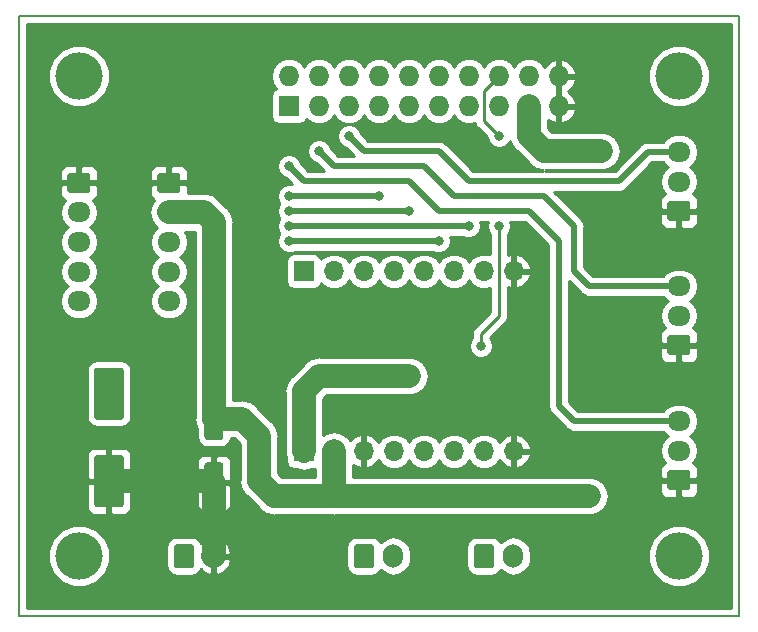
<source format=gbr>
G04 #@! TF.GenerationSoftware,KiCad,Pcbnew,5.0.2-bee76a0~70~ubuntu18.04.1*
G04 #@! TF.CreationDate,2019-02-21T11:41:22+01:00*
G04 #@! TF.ProjectId,PCB_Interface,5043425f-496e-4746-9572-666163652e6b,rev?*
G04 #@! TF.SameCoordinates,Original*
G04 #@! TF.FileFunction,Copper,L1,Top*
G04 #@! TF.FilePolarity,Positive*
%FSLAX46Y46*%
G04 Gerber Fmt 4.6, Leading zero omitted, Abs format (unit mm)*
G04 Created by KiCad (PCBNEW 5.0.2-bee76a0~70~ubuntu18.04.1) date jeu. 21 févr. 2019 11:41:22 CET*
%MOMM*%
%LPD*%
G01*
G04 APERTURE LIST*
G04 #@! TA.AperFunction,NonConductor*
%ADD10C,0.150000*%
G04 #@! TD*
G04 #@! TA.AperFunction,ComponentPad*
%ADD11O,1.727200X1.727200*%
G04 #@! TD*
G04 #@! TA.AperFunction,ComponentPad*
%ADD12R,1.727200X1.727200*%
G04 #@! TD*
G04 #@! TA.AperFunction,Conductor*
%ADD13C,0.150000*%
G04 #@! TD*
G04 #@! TA.AperFunction,ComponentPad*
%ADD14C,1.700000*%
G04 #@! TD*
G04 #@! TA.AperFunction,ComponentPad*
%ADD15O,1.950000X1.700000*%
G04 #@! TD*
G04 #@! TA.AperFunction,ComponentPad*
%ADD16C,4.000000*%
G04 #@! TD*
G04 #@! TA.AperFunction,SMDPad,CuDef*
%ADD17C,2.500000*%
G04 #@! TD*
G04 #@! TA.AperFunction,SMDPad,CuDef*
%ADD18C,1.600000*%
G04 #@! TD*
G04 #@! TA.AperFunction,ComponentPad*
%ADD19O,1.700000X2.000000*%
G04 #@! TD*
G04 #@! TA.AperFunction,ComponentPad*
%ADD20O,1.700000X1.700000*%
G04 #@! TD*
G04 #@! TA.AperFunction,ComponentPad*
%ADD21R,1.700000X1.700000*%
G04 #@! TD*
G04 #@! TA.AperFunction,ViaPad*
%ADD22C,0.800000*%
G04 #@! TD*
G04 #@! TA.AperFunction,Conductor*
%ADD23C,2.000000*%
G04 #@! TD*
G04 #@! TA.AperFunction,Conductor*
%ADD24C,0.250000*%
G04 #@! TD*
G04 #@! TA.AperFunction,Conductor*
%ADD25C,0.500000*%
G04 #@! TD*
G04 #@! TA.AperFunction,Conductor*
%ADD26C,0.254000*%
G04 #@! TD*
G04 APERTURE END LIST*
D10*
X83820000Y-119380000D02*
X83820000Y-68580000D01*
X144780000Y-119380000D02*
X83820000Y-119380000D01*
X144780000Y-68580000D02*
X144780000Y-119380000D01*
X83820000Y-68580000D02*
X144780000Y-68580000D01*
D11*
G04 #@! TO.P,K8,20*
G04 #@! TO.N,GND*
X129540000Y-73660000D03*
G04 #@! TO.P,K8,19*
X129540000Y-76200000D03*
G04 #@! TO.P,K8,18*
G04 #@! TO.N,VCC*
X127000000Y-73660000D03*
G04 #@! TO.P,K8,17*
X127000000Y-76200000D03*
G04 #@! TO.P,K8,16*
G04 #@! TO.N,VBATT*
X124460000Y-73660000D03*
G04 #@! TO.P,K8,15*
G04 #@! TO.N,Net-(K8-Pad15)*
X124460000Y-76200000D03*
G04 #@! TO.P,K8,14*
G04 #@! TO.N,PWMB*
X121920000Y-73660000D03*
G04 #@! TO.P,K8,13*
G04 #@! TO.N,XSHUT2*
X121920000Y-76200000D03*
G04 #@! TO.P,K8,12*
G04 #@! TO.N,DIR2B*
X119380000Y-73660000D03*
G04 #@! TO.P,K8,11*
G04 #@! TO.N,XSHUT1*
X119380000Y-76200000D03*
G04 #@! TO.P,K8,10*
G04 #@! TO.N,DIR1B*
X116840000Y-73660000D03*
G04 #@! TO.P,K8,9*
G04 #@! TO.N,SDA*
X116840000Y-76200000D03*
G04 #@! TO.P,K8,8*
G04 #@! TO.N,STBY*
X114300000Y-73660000D03*
G04 #@! TO.P,K8,7*
G04 #@! TO.N,SCL*
X114300000Y-76200000D03*
G04 #@! TO.P,K8,6*
G04 #@! TO.N,DIR1A*
X111760000Y-73660000D03*
G04 #@! TO.P,K8,5*
G04 #@! TO.N,DAVG*
X111760000Y-76200000D03*
G04 #@! TO.P,K8,4*
G04 #@! TO.N,DIR2A*
X109220000Y-73660000D03*
G04 #@! TO.P,K8,3*
G04 #@! TO.N,DAVD*
X109220000Y-76200000D03*
G04 #@! TO.P,K8,2*
G04 #@! TO.N,PWMA*
X106680000Y-73660000D03*
D12*
G04 #@! TO.P,K8,1*
G04 #@! TO.N,DARC*
X106680000Y-76200000D03*
G04 #@! TD*
D13*
G04 #@! TO.N,GND*
G04 #@! TO.C,K9*
G36*
X140449504Y-84241204D02*
X140473773Y-84244804D01*
X140497571Y-84250765D01*
X140520671Y-84259030D01*
X140542849Y-84269520D01*
X140563893Y-84282133D01*
X140583598Y-84296747D01*
X140601777Y-84313223D01*
X140618253Y-84331402D01*
X140632867Y-84351107D01*
X140645480Y-84372151D01*
X140655970Y-84394329D01*
X140664235Y-84417429D01*
X140670196Y-84441227D01*
X140673796Y-84465496D01*
X140675000Y-84490000D01*
X140675000Y-85690000D01*
X140673796Y-85714504D01*
X140670196Y-85738773D01*
X140664235Y-85762571D01*
X140655970Y-85785671D01*
X140645480Y-85807849D01*
X140632867Y-85828893D01*
X140618253Y-85848598D01*
X140601777Y-85866777D01*
X140583598Y-85883253D01*
X140563893Y-85897867D01*
X140542849Y-85910480D01*
X140520671Y-85920970D01*
X140497571Y-85929235D01*
X140473773Y-85935196D01*
X140449504Y-85938796D01*
X140425000Y-85940000D01*
X138975000Y-85940000D01*
X138950496Y-85938796D01*
X138926227Y-85935196D01*
X138902429Y-85929235D01*
X138879329Y-85920970D01*
X138857151Y-85910480D01*
X138836107Y-85897867D01*
X138816402Y-85883253D01*
X138798223Y-85866777D01*
X138781747Y-85848598D01*
X138767133Y-85828893D01*
X138754520Y-85807849D01*
X138744030Y-85785671D01*
X138735765Y-85762571D01*
X138729804Y-85738773D01*
X138726204Y-85714504D01*
X138725000Y-85690000D01*
X138725000Y-84490000D01*
X138726204Y-84465496D01*
X138729804Y-84441227D01*
X138735765Y-84417429D01*
X138744030Y-84394329D01*
X138754520Y-84372151D01*
X138767133Y-84351107D01*
X138781747Y-84331402D01*
X138798223Y-84313223D01*
X138816402Y-84296747D01*
X138836107Y-84282133D01*
X138857151Y-84269520D01*
X138879329Y-84259030D01*
X138902429Y-84250765D01*
X138926227Y-84244804D01*
X138950496Y-84241204D01*
X138975000Y-84240000D01*
X140425000Y-84240000D01*
X140449504Y-84241204D01*
X140449504Y-84241204D01*
G37*
D14*
G04 #@! TD*
G04 #@! TO.P,K9,1*
G04 #@! TO.N,GND*
X139700000Y-85090000D03*
D15*
G04 #@! TO.P,K9,2*
G04 #@! TO.N,Net-(K9-Pad2)*
X139700000Y-82590000D03*
G04 #@! TO.P,K9,3*
G04 #@! TO.N,DAVG*
X139700000Y-80090000D03*
G04 #@! TD*
D13*
G04 #@! TO.N,GND*
G04 #@! TO.C,K14*
G36*
X97269504Y-81861204D02*
X97293773Y-81864804D01*
X97317571Y-81870765D01*
X97340671Y-81879030D01*
X97362849Y-81889520D01*
X97383893Y-81902133D01*
X97403598Y-81916747D01*
X97421777Y-81933223D01*
X97438253Y-81951402D01*
X97452867Y-81971107D01*
X97465480Y-81992151D01*
X97475970Y-82014329D01*
X97484235Y-82037429D01*
X97490196Y-82061227D01*
X97493796Y-82085496D01*
X97495000Y-82110000D01*
X97495000Y-83310000D01*
X97493796Y-83334504D01*
X97490196Y-83358773D01*
X97484235Y-83382571D01*
X97475970Y-83405671D01*
X97465480Y-83427849D01*
X97452867Y-83448893D01*
X97438253Y-83468598D01*
X97421777Y-83486777D01*
X97403598Y-83503253D01*
X97383893Y-83517867D01*
X97362849Y-83530480D01*
X97340671Y-83540970D01*
X97317571Y-83549235D01*
X97293773Y-83555196D01*
X97269504Y-83558796D01*
X97245000Y-83560000D01*
X95795000Y-83560000D01*
X95770496Y-83558796D01*
X95746227Y-83555196D01*
X95722429Y-83549235D01*
X95699329Y-83540970D01*
X95677151Y-83530480D01*
X95656107Y-83517867D01*
X95636402Y-83503253D01*
X95618223Y-83486777D01*
X95601747Y-83468598D01*
X95587133Y-83448893D01*
X95574520Y-83427849D01*
X95564030Y-83405671D01*
X95555765Y-83382571D01*
X95549804Y-83358773D01*
X95546204Y-83334504D01*
X95545000Y-83310000D01*
X95545000Y-82110000D01*
X95546204Y-82085496D01*
X95549804Y-82061227D01*
X95555765Y-82037429D01*
X95564030Y-82014329D01*
X95574520Y-81992151D01*
X95587133Y-81971107D01*
X95601747Y-81951402D01*
X95618223Y-81933223D01*
X95636402Y-81916747D01*
X95656107Y-81902133D01*
X95677151Y-81889520D01*
X95699329Y-81879030D01*
X95722429Y-81870765D01*
X95746227Y-81864804D01*
X95770496Y-81861204D01*
X95795000Y-81860000D01*
X97245000Y-81860000D01*
X97269504Y-81861204D01*
X97269504Y-81861204D01*
G37*
D14*
G04 #@! TD*
G04 #@! TO.P,K14,1*
G04 #@! TO.N,GND*
X96520000Y-82710000D03*
D15*
G04 #@! TO.P,K14,2*
G04 #@! TO.N,VCC*
X96520000Y-85210000D03*
G04 #@! TO.P,K14,3*
G04 #@! TO.N,SCL*
X96520000Y-87710000D03*
G04 #@! TO.P,K14,4*
G04 #@! TO.N,SDA*
X96520000Y-90210000D03*
G04 #@! TO.P,K14,5*
G04 #@! TO.N,XSHUT2*
X96520000Y-92710000D03*
G04 #@! TD*
D16*
G04 #@! TO.P,,1*
G04 #@! TO.N,N/C*
X88900000Y-114300000D03*
G04 #@! TD*
G04 #@! TO.P,,1*
G04 #@! TO.N,N/C*
X139700000Y-114300000D03*
G04 #@! TD*
G04 #@! TO.P,,1*
G04 #@! TO.N,N/C*
X88900000Y-73660000D03*
G04 #@! TD*
G04 #@! TO.P,,1*
G04 #@! TO.N,N/C*
X139700000Y-73660000D03*
G04 #@! TD*
D13*
G04 #@! TO.N,+BATT*
G04 #@! TO.C,C5*
G36*
X92464504Y-98351204D02*
X92488773Y-98354804D01*
X92512571Y-98360765D01*
X92535671Y-98369030D01*
X92557849Y-98379520D01*
X92578893Y-98392133D01*
X92598598Y-98406747D01*
X92616777Y-98423223D01*
X92633253Y-98441402D01*
X92647867Y-98461107D01*
X92660480Y-98482151D01*
X92670970Y-98504329D01*
X92679235Y-98527429D01*
X92685196Y-98551227D01*
X92688796Y-98575496D01*
X92690000Y-98600000D01*
X92690000Y-102500000D01*
X92688796Y-102524504D01*
X92685196Y-102548773D01*
X92679235Y-102572571D01*
X92670970Y-102595671D01*
X92660480Y-102617849D01*
X92647867Y-102638893D01*
X92633253Y-102658598D01*
X92616777Y-102676777D01*
X92598598Y-102693253D01*
X92578893Y-102707867D01*
X92557849Y-102720480D01*
X92535671Y-102730970D01*
X92512571Y-102739235D01*
X92488773Y-102745196D01*
X92464504Y-102748796D01*
X92440000Y-102750000D01*
X90440000Y-102750000D01*
X90415496Y-102748796D01*
X90391227Y-102745196D01*
X90367429Y-102739235D01*
X90344329Y-102730970D01*
X90322151Y-102720480D01*
X90301107Y-102707867D01*
X90281402Y-102693253D01*
X90263223Y-102676777D01*
X90246747Y-102658598D01*
X90232133Y-102638893D01*
X90219520Y-102617849D01*
X90209030Y-102595671D01*
X90200765Y-102572571D01*
X90194804Y-102548773D01*
X90191204Y-102524504D01*
X90190000Y-102500000D01*
X90190000Y-98600000D01*
X90191204Y-98575496D01*
X90194804Y-98551227D01*
X90200765Y-98527429D01*
X90209030Y-98504329D01*
X90219520Y-98482151D01*
X90232133Y-98461107D01*
X90246747Y-98441402D01*
X90263223Y-98423223D01*
X90281402Y-98406747D01*
X90301107Y-98392133D01*
X90322151Y-98379520D01*
X90344329Y-98369030D01*
X90367429Y-98360765D01*
X90391227Y-98354804D01*
X90415496Y-98351204D01*
X90440000Y-98350000D01*
X92440000Y-98350000D01*
X92464504Y-98351204D01*
X92464504Y-98351204D01*
G37*
D17*
G04 #@! TD*
G04 #@! TO.P,C5,1*
G04 #@! TO.N,+BATT*
X91440000Y-100550000D03*
D13*
G04 #@! TO.N,GND*
G04 #@! TO.C,C5*
G36*
X92464504Y-105751204D02*
X92488773Y-105754804D01*
X92512571Y-105760765D01*
X92535671Y-105769030D01*
X92557849Y-105779520D01*
X92578893Y-105792133D01*
X92598598Y-105806747D01*
X92616777Y-105823223D01*
X92633253Y-105841402D01*
X92647867Y-105861107D01*
X92660480Y-105882151D01*
X92670970Y-105904329D01*
X92679235Y-105927429D01*
X92685196Y-105951227D01*
X92688796Y-105975496D01*
X92690000Y-106000000D01*
X92690000Y-109900000D01*
X92688796Y-109924504D01*
X92685196Y-109948773D01*
X92679235Y-109972571D01*
X92670970Y-109995671D01*
X92660480Y-110017849D01*
X92647867Y-110038893D01*
X92633253Y-110058598D01*
X92616777Y-110076777D01*
X92598598Y-110093253D01*
X92578893Y-110107867D01*
X92557849Y-110120480D01*
X92535671Y-110130970D01*
X92512571Y-110139235D01*
X92488773Y-110145196D01*
X92464504Y-110148796D01*
X92440000Y-110150000D01*
X90440000Y-110150000D01*
X90415496Y-110148796D01*
X90391227Y-110145196D01*
X90367429Y-110139235D01*
X90344329Y-110130970D01*
X90322151Y-110120480D01*
X90301107Y-110107867D01*
X90281402Y-110093253D01*
X90263223Y-110076777D01*
X90246747Y-110058598D01*
X90232133Y-110038893D01*
X90219520Y-110017849D01*
X90209030Y-109995671D01*
X90200765Y-109972571D01*
X90194804Y-109948773D01*
X90191204Y-109924504D01*
X90190000Y-109900000D01*
X90190000Y-106000000D01*
X90191204Y-105975496D01*
X90194804Y-105951227D01*
X90200765Y-105927429D01*
X90209030Y-105904329D01*
X90219520Y-105882151D01*
X90232133Y-105861107D01*
X90246747Y-105841402D01*
X90263223Y-105823223D01*
X90281402Y-105806747D01*
X90301107Y-105792133D01*
X90322151Y-105779520D01*
X90344329Y-105769030D01*
X90367429Y-105760765D01*
X90391227Y-105754804D01*
X90415496Y-105751204D01*
X90440000Y-105750000D01*
X92440000Y-105750000D01*
X92464504Y-105751204D01*
X92464504Y-105751204D01*
G37*
D17*
G04 #@! TD*
G04 #@! TO.P,C5,2*
G04 #@! TO.N,GND*
X91440000Y-107950000D03*
D13*
G04 #@! TO.N,VCC*
G04 #@! TO.C,C6*
G36*
X100904504Y-100961204D02*
X100928773Y-100964804D01*
X100952571Y-100970765D01*
X100975671Y-100979030D01*
X100997849Y-100989520D01*
X101018893Y-101002133D01*
X101038598Y-101016747D01*
X101056777Y-101033223D01*
X101073253Y-101051402D01*
X101087867Y-101071107D01*
X101100480Y-101092151D01*
X101110970Y-101114329D01*
X101119235Y-101137429D01*
X101125196Y-101161227D01*
X101128796Y-101185496D01*
X101130000Y-101210000D01*
X101130000Y-104210000D01*
X101128796Y-104234504D01*
X101125196Y-104258773D01*
X101119235Y-104282571D01*
X101110970Y-104305671D01*
X101100480Y-104327849D01*
X101087867Y-104348893D01*
X101073253Y-104368598D01*
X101056777Y-104386777D01*
X101038598Y-104403253D01*
X101018893Y-104417867D01*
X100997849Y-104430480D01*
X100975671Y-104440970D01*
X100952571Y-104449235D01*
X100928773Y-104455196D01*
X100904504Y-104458796D01*
X100880000Y-104460000D01*
X99780000Y-104460000D01*
X99755496Y-104458796D01*
X99731227Y-104455196D01*
X99707429Y-104449235D01*
X99684329Y-104440970D01*
X99662151Y-104430480D01*
X99641107Y-104417867D01*
X99621402Y-104403253D01*
X99603223Y-104386777D01*
X99586747Y-104368598D01*
X99572133Y-104348893D01*
X99559520Y-104327849D01*
X99549030Y-104305671D01*
X99540765Y-104282571D01*
X99534804Y-104258773D01*
X99531204Y-104234504D01*
X99530000Y-104210000D01*
X99530000Y-101210000D01*
X99531204Y-101185496D01*
X99534804Y-101161227D01*
X99540765Y-101137429D01*
X99549030Y-101114329D01*
X99559520Y-101092151D01*
X99572133Y-101071107D01*
X99586747Y-101051402D01*
X99603223Y-101033223D01*
X99621402Y-101016747D01*
X99641107Y-101002133D01*
X99662151Y-100989520D01*
X99684329Y-100979030D01*
X99707429Y-100970765D01*
X99731227Y-100964804D01*
X99755496Y-100961204D01*
X99780000Y-100960000D01*
X100880000Y-100960000D01*
X100904504Y-100961204D01*
X100904504Y-100961204D01*
G37*
D18*
G04 #@! TD*
G04 #@! TO.P,C6,1*
G04 #@! TO.N,VCC*
X100330000Y-102710000D03*
D13*
G04 #@! TO.N,GND*
G04 #@! TO.C,C6*
G36*
X100904504Y-106361204D02*
X100928773Y-106364804D01*
X100952571Y-106370765D01*
X100975671Y-106379030D01*
X100997849Y-106389520D01*
X101018893Y-106402133D01*
X101038598Y-106416747D01*
X101056777Y-106433223D01*
X101073253Y-106451402D01*
X101087867Y-106471107D01*
X101100480Y-106492151D01*
X101110970Y-106514329D01*
X101119235Y-106537429D01*
X101125196Y-106561227D01*
X101128796Y-106585496D01*
X101130000Y-106610000D01*
X101130000Y-109610000D01*
X101128796Y-109634504D01*
X101125196Y-109658773D01*
X101119235Y-109682571D01*
X101110970Y-109705671D01*
X101100480Y-109727849D01*
X101087867Y-109748893D01*
X101073253Y-109768598D01*
X101056777Y-109786777D01*
X101038598Y-109803253D01*
X101018893Y-109817867D01*
X100997849Y-109830480D01*
X100975671Y-109840970D01*
X100952571Y-109849235D01*
X100928773Y-109855196D01*
X100904504Y-109858796D01*
X100880000Y-109860000D01*
X99780000Y-109860000D01*
X99755496Y-109858796D01*
X99731227Y-109855196D01*
X99707429Y-109849235D01*
X99684329Y-109840970D01*
X99662151Y-109830480D01*
X99641107Y-109817867D01*
X99621402Y-109803253D01*
X99603223Y-109786777D01*
X99586747Y-109768598D01*
X99572133Y-109748893D01*
X99559520Y-109727849D01*
X99549030Y-109705671D01*
X99540765Y-109682571D01*
X99534804Y-109658773D01*
X99531204Y-109634504D01*
X99530000Y-109610000D01*
X99530000Y-106610000D01*
X99531204Y-106585496D01*
X99534804Y-106561227D01*
X99540765Y-106537429D01*
X99549030Y-106514329D01*
X99559520Y-106492151D01*
X99572133Y-106471107D01*
X99586747Y-106451402D01*
X99603223Y-106433223D01*
X99621402Y-106416747D01*
X99641107Y-106402133D01*
X99662151Y-106389520D01*
X99684329Y-106379030D01*
X99707429Y-106370765D01*
X99731227Y-106364804D01*
X99755496Y-106361204D01*
X99780000Y-106360000D01*
X100880000Y-106360000D01*
X100904504Y-106361204D01*
X100904504Y-106361204D01*
G37*
D18*
G04 #@! TD*
G04 #@! TO.P,C6,2*
G04 #@! TO.N,GND*
X100330000Y-108110000D03*
D13*
G04 #@! TO.N,Net-(D1-Pad1)*
G04 #@! TO.C,K2*
G36*
X98414504Y-113301204D02*
X98438773Y-113304804D01*
X98462571Y-113310765D01*
X98485671Y-113319030D01*
X98507849Y-113329520D01*
X98528893Y-113342133D01*
X98548598Y-113356747D01*
X98566777Y-113373223D01*
X98583253Y-113391402D01*
X98597867Y-113411107D01*
X98610480Y-113432151D01*
X98620970Y-113454329D01*
X98629235Y-113477429D01*
X98635196Y-113501227D01*
X98638796Y-113525496D01*
X98640000Y-113550000D01*
X98640000Y-115050000D01*
X98638796Y-115074504D01*
X98635196Y-115098773D01*
X98629235Y-115122571D01*
X98620970Y-115145671D01*
X98610480Y-115167849D01*
X98597867Y-115188893D01*
X98583253Y-115208598D01*
X98566777Y-115226777D01*
X98548598Y-115243253D01*
X98528893Y-115257867D01*
X98507849Y-115270480D01*
X98485671Y-115280970D01*
X98462571Y-115289235D01*
X98438773Y-115295196D01*
X98414504Y-115298796D01*
X98390000Y-115300000D01*
X97190000Y-115300000D01*
X97165496Y-115298796D01*
X97141227Y-115295196D01*
X97117429Y-115289235D01*
X97094329Y-115280970D01*
X97072151Y-115270480D01*
X97051107Y-115257867D01*
X97031402Y-115243253D01*
X97013223Y-115226777D01*
X96996747Y-115208598D01*
X96982133Y-115188893D01*
X96969520Y-115167849D01*
X96959030Y-115145671D01*
X96950765Y-115122571D01*
X96944804Y-115098773D01*
X96941204Y-115074504D01*
X96940000Y-115050000D01*
X96940000Y-113550000D01*
X96941204Y-113525496D01*
X96944804Y-113501227D01*
X96950765Y-113477429D01*
X96959030Y-113454329D01*
X96969520Y-113432151D01*
X96982133Y-113411107D01*
X96996747Y-113391402D01*
X97013223Y-113373223D01*
X97031402Y-113356747D01*
X97051107Y-113342133D01*
X97072151Y-113329520D01*
X97094329Y-113319030D01*
X97117429Y-113310765D01*
X97141227Y-113304804D01*
X97165496Y-113301204D01*
X97190000Y-113300000D01*
X98390000Y-113300000D01*
X98414504Y-113301204D01*
X98414504Y-113301204D01*
G37*
D14*
G04 #@! TD*
G04 #@! TO.P,K2,1*
G04 #@! TO.N,Net-(D1-Pad1)*
X97790000Y-114300000D03*
D19*
G04 #@! TO.P,K2,2*
G04 #@! TO.N,GND*
X100290000Y-114300000D03*
G04 #@! TD*
D20*
G04 #@! TO.P,K3,8*
G04 #@! TO.N,GND*
X125730000Y-90170000D03*
G04 #@! TO.P,K3,7*
G04 #@! TO.N,PWMB*
X123190000Y-90170000D03*
G04 #@! TO.P,K3,6*
G04 #@! TO.N,DIR2B*
X120650000Y-90170000D03*
G04 #@! TO.P,K3,5*
G04 #@! TO.N,DIR1B*
X118110000Y-90170000D03*
G04 #@! TO.P,K3,4*
G04 #@! TO.N,STBY*
X115570000Y-90170000D03*
G04 #@! TO.P,K3,3*
G04 #@! TO.N,DIR1A*
X113030000Y-90170000D03*
G04 #@! TO.P,K3,2*
G04 #@! TO.N,DIR2A*
X110490000Y-90170000D03*
D21*
G04 #@! TO.P,K3,1*
G04 #@! TO.N,PWMA*
X107950000Y-90170000D03*
G04 #@! TD*
G04 #@! TO.P,K4,1*
G04 #@! TO.N,+BATT*
X107950000Y-105410000D03*
D20*
G04 #@! TO.P,K4,2*
G04 #@! TO.N,VCC*
X110490000Y-105410000D03*
G04 #@! TO.P,K4,3*
G04 #@! TO.N,GND*
X113030000Y-105410000D03*
G04 #@! TO.P,K4,4*
G04 #@! TO.N,Net-(K4-Pad4)*
X115570000Y-105410000D03*
G04 #@! TO.P,K4,5*
G04 #@! TO.N,Net-(K4-Pad5)*
X118110000Y-105410000D03*
G04 #@! TO.P,K4,6*
G04 #@! TO.N,Net-(K4-Pad6)*
X120650000Y-105410000D03*
G04 #@! TO.P,K4,7*
G04 #@! TO.N,Net-(K4-Pad7)*
X123190000Y-105410000D03*
G04 #@! TO.P,K4,8*
G04 #@! TO.N,GND*
X125730000Y-105410000D03*
G04 #@! TD*
D13*
G04 #@! TO.N,Net-(K4-Pad4)*
G04 #@! TO.C,K6*
G36*
X113654504Y-113301204D02*
X113678773Y-113304804D01*
X113702571Y-113310765D01*
X113725671Y-113319030D01*
X113747849Y-113329520D01*
X113768893Y-113342133D01*
X113788598Y-113356747D01*
X113806777Y-113373223D01*
X113823253Y-113391402D01*
X113837867Y-113411107D01*
X113850480Y-113432151D01*
X113860970Y-113454329D01*
X113869235Y-113477429D01*
X113875196Y-113501227D01*
X113878796Y-113525496D01*
X113880000Y-113550000D01*
X113880000Y-115050000D01*
X113878796Y-115074504D01*
X113875196Y-115098773D01*
X113869235Y-115122571D01*
X113860970Y-115145671D01*
X113850480Y-115167849D01*
X113837867Y-115188893D01*
X113823253Y-115208598D01*
X113806777Y-115226777D01*
X113788598Y-115243253D01*
X113768893Y-115257867D01*
X113747849Y-115270480D01*
X113725671Y-115280970D01*
X113702571Y-115289235D01*
X113678773Y-115295196D01*
X113654504Y-115298796D01*
X113630000Y-115300000D01*
X112430000Y-115300000D01*
X112405496Y-115298796D01*
X112381227Y-115295196D01*
X112357429Y-115289235D01*
X112334329Y-115280970D01*
X112312151Y-115270480D01*
X112291107Y-115257867D01*
X112271402Y-115243253D01*
X112253223Y-115226777D01*
X112236747Y-115208598D01*
X112222133Y-115188893D01*
X112209520Y-115167849D01*
X112199030Y-115145671D01*
X112190765Y-115122571D01*
X112184804Y-115098773D01*
X112181204Y-115074504D01*
X112180000Y-115050000D01*
X112180000Y-113550000D01*
X112181204Y-113525496D01*
X112184804Y-113501227D01*
X112190765Y-113477429D01*
X112199030Y-113454329D01*
X112209520Y-113432151D01*
X112222133Y-113411107D01*
X112236747Y-113391402D01*
X112253223Y-113373223D01*
X112271402Y-113356747D01*
X112291107Y-113342133D01*
X112312151Y-113329520D01*
X112334329Y-113319030D01*
X112357429Y-113310765D01*
X112381227Y-113304804D01*
X112405496Y-113301204D01*
X112430000Y-113300000D01*
X113630000Y-113300000D01*
X113654504Y-113301204D01*
X113654504Y-113301204D01*
G37*
D14*
G04 #@! TD*
G04 #@! TO.P,K6,1*
G04 #@! TO.N,Net-(K4-Pad4)*
X113030000Y-114300000D03*
D19*
G04 #@! TO.P,K6,2*
G04 #@! TO.N,Net-(K4-Pad5)*
X115530000Y-114300000D03*
G04 #@! TD*
G04 #@! TO.P,K7,2*
G04 #@! TO.N,Net-(K4-Pad7)*
X125690000Y-114300000D03*
D13*
G04 #@! TD*
G04 #@! TO.N,Net-(K4-Pad6)*
G04 #@! TO.C,K7*
G36*
X123814504Y-113301204D02*
X123838773Y-113304804D01*
X123862571Y-113310765D01*
X123885671Y-113319030D01*
X123907849Y-113329520D01*
X123928893Y-113342133D01*
X123948598Y-113356747D01*
X123966777Y-113373223D01*
X123983253Y-113391402D01*
X123997867Y-113411107D01*
X124010480Y-113432151D01*
X124020970Y-113454329D01*
X124029235Y-113477429D01*
X124035196Y-113501227D01*
X124038796Y-113525496D01*
X124040000Y-113550000D01*
X124040000Y-115050000D01*
X124038796Y-115074504D01*
X124035196Y-115098773D01*
X124029235Y-115122571D01*
X124020970Y-115145671D01*
X124010480Y-115167849D01*
X123997867Y-115188893D01*
X123983253Y-115208598D01*
X123966777Y-115226777D01*
X123948598Y-115243253D01*
X123928893Y-115257867D01*
X123907849Y-115270480D01*
X123885671Y-115280970D01*
X123862571Y-115289235D01*
X123838773Y-115295196D01*
X123814504Y-115298796D01*
X123790000Y-115300000D01*
X122590000Y-115300000D01*
X122565496Y-115298796D01*
X122541227Y-115295196D01*
X122517429Y-115289235D01*
X122494329Y-115280970D01*
X122472151Y-115270480D01*
X122451107Y-115257867D01*
X122431402Y-115243253D01*
X122413223Y-115226777D01*
X122396747Y-115208598D01*
X122382133Y-115188893D01*
X122369520Y-115167849D01*
X122359030Y-115145671D01*
X122350765Y-115122571D01*
X122344804Y-115098773D01*
X122341204Y-115074504D01*
X122340000Y-115050000D01*
X122340000Y-113550000D01*
X122341204Y-113525496D01*
X122344804Y-113501227D01*
X122350765Y-113477429D01*
X122359030Y-113454329D01*
X122369520Y-113432151D01*
X122382133Y-113411107D01*
X122396747Y-113391402D01*
X122413223Y-113373223D01*
X122431402Y-113356747D01*
X122451107Y-113342133D01*
X122472151Y-113329520D01*
X122494329Y-113319030D01*
X122517429Y-113310765D01*
X122541227Y-113304804D01*
X122565496Y-113301204D01*
X122590000Y-113300000D01*
X123790000Y-113300000D01*
X123814504Y-113301204D01*
X123814504Y-113301204D01*
G37*
D14*
G04 #@! TO.P,K7,1*
G04 #@! TO.N,Net-(K4-Pad6)*
X123190000Y-114300000D03*
G04 #@! TD*
D15*
G04 #@! TO.P,K10,3*
G04 #@! TO.N,DAVD*
X139700000Y-91440000D03*
G04 #@! TO.P,K10,2*
G04 #@! TO.N,Net-(K10-Pad2)*
X139700000Y-93940000D03*
D13*
G04 #@! TD*
G04 #@! TO.N,GND*
G04 #@! TO.C,K10*
G36*
X140449504Y-95591204D02*
X140473773Y-95594804D01*
X140497571Y-95600765D01*
X140520671Y-95609030D01*
X140542849Y-95619520D01*
X140563893Y-95632133D01*
X140583598Y-95646747D01*
X140601777Y-95663223D01*
X140618253Y-95681402D01*
X140632867Y-95701107D01*
X140645480Y-95722151D01*
X140655970Y-95744329D01*
X140664235Y-95767429D01*
X140670196Y-95791227D01*
X140673796Y-95815496D01*
X140675000Y-95840000D01*
X140675000Y-97040000D01*
X140673796Y-97064504D01*
X140670196Y-97088773D01*
X140664235Y-97112571D01*
X140655970Y-97135671D01*
X140645480Y-97157849D01*
X140632867Y-97178893D01*
X140618253Y-97198598D01*
X140601777Y-97216777D01*
X140583598Y-97233253D01*
X140563893Y-97247867D01*
X140542849Y-97260480D01*
X140520671Y-97270970D01*
X140497571Y-97279235D01*
X140473773Y-97285196D01*
X140449504Y-97288796D01*
X140425000Y-97290000D01*
X138975000Y-97290000D01*
X138950496Y-97288796D01*
X138926227Y-97285196D01*
X138902429Y-97279235D01*
X138879329Y-97270970D01*
X138857151Y-97260480D01*
X138836107Y-97247867D01*
X138816402Y-97233253D01*
X138798223Y-97216777D01*
X138781747Y-97198598D01*
X138767133Y-97178893D01*
X138754520Y-97157849D01*
X138744030Y-97135671D01*
X138735765Y-97112571D01*
X138729804Y-97088773D01*
X138726204Y-97064504D01*
X138725000Y-97040000D01*
X138725000Y-95840000D01*
X138726204Y-95815496D01*
X138729804Y-95791227D01*
X138735765Y-95767429D01*
X138744030Y-95744329D01*
X138754520Y-95722151D01*
X138767133Y-95701107D01*
X138781747Y-95681402D01*
X138798223Y-95663223D01*
X138816402Y-95646747D01*
X138836107Y-95632133D01*
X138857151Y-95619520D01*
X138879329Y-95609030D01*
X138902429Y-95600765D01*
X138926227Y-95594804D01*
X138950496Y-95591204D01*
X138975000Y-95590000D01*
X140425000Y-95590000D01*
X140449504Y-95591204D01*
X140449504Y-95591204D01*
G37*
D14*
G04 #@! TO.P,K10,1*
G04 #@! TO.N,GND*
X139700000Y-96440000D03*
G04 #@! TD*
D15*
G04 #@! TO.P,K11,5*
G04 #@! TO.N,XSHUT1*
X88900000Y-92710000D03*
G04 #@! TO.P,K11,4*
G04 #@! TO.N,SDA*
X88900000Y-90210000D03*
G04 #@! TO.P,K11,3*
G04 #@! TO.N,SCL*
X88900000Y-87710000D03*
G04 #@! TO.P,K11,2*
G04 #@! TO.N,VCC*
X88900000Y-85210000D03*
D13*
G04 #@! TD*
G04 #@! TO.N,GND*
G04 #@! TO.C,K11*
G36*
X89649504Y-81861204D02*
X89673773Y-81864804D01*
X89697571Y-81870765D01*
X89720671Y-81879030D01*
X89742849Y-81889520D01*
X89763893Y-81902133D01*
X89783598Y-81916747D01*
X89801777Y-81933223D01*
X89818253Y-81951402D01*
X89832867Y-81971107D01*
X89845480Y-81992151D01*
X89855970Y-82014329D01*
X89864235Y-82037429D01*
X89870196Y-82061227D01*
X89873796Y-82085496D01*
X89875000Y-82110000D01*
X89875000Y-83310000D01*
X89873796Y-83334504D01*
X89870196Y-83358773D01*
X89864235Y-83382571D01*
X89855970Y-83405671D01*
X89845480Y-83427849D01*
X89832867Y-83448893D01*
X89818253Y-83468598D01*
X89801777Y-83486777D01*
X89783598Y-83503253D01*
X89763893Y-83517867D01*
X89742849Y-83530480D01*
X89720671Y-83540970D01*
X89697571Y-83549235D01*
X89673773Y-83555196D01*
X89649504Y-83558796D01*
X89625000Y-83560000D01*
X88175000Y-83560000D01*
X88150496Y-83558796D01*
X88126227Y-83555196D01*
X88102429Y-83549235D01*
X88079329Y-83540970D01*
X88057151Y-83530480D01*
X88036107Y-83517867D01*
X88016402Y-83503253D01*
X87998223Y-83486777D01*
X87981747Y-83468598D01*
X87967133Y-83448893D01*
X87954520Y-83427849D01*
X87944030Y-83405671D01*
X87935765Y-83382571D01*
X87929804Y-83358773D01*
X87926204Y-83334504D01*
X87925000Y-83310000D01*
X87925000Y-82110000D01*
X87926204Y-82085496D01*
X87929804Y-82061227D01*
X87935765Y-82037429D01*
X87944030Y-82014329D01*
X87954520Y-81992151D01*
X87967133Y-81971107D01*
X87981747Y-81951402D01*
X87998223Y-81933223D01*
X88016402Y-81916747D01*
X88036107Y-81902133D01*
X88057151Y-81889520D01*
X88079329Y-81879030D01*
X88102429Y-81870765D01*
X88126227Y-81864804D01*
X88150496Y-81861204D01*
X88175000Y-81860000D01*
X89625000Y-81860000D01*
X89649504Y-81861204D01*
X89649504Y-81861204D01*
G37*
D14*
G04 #@! TO.P,K11,1*
G04 #@! TO.N,GND*
X88900000Y-82710000D03*
G04 #@! TD*
D13*
G04 #@! TO.N,GND*
G04 #@! TO.C,K15*
G36*
X140449504Y-107021204D02*
X140473773Y-107024804D01*
X140497571Y-107030765D01*
X140520671Y-107039030D01*
X140542849Y-107049520D01*
X140563893Y-107062133D01*
X140583598Y-107076747D01*
X140601777Y-107093223D01*
X140618253Y-107111402D01*
X140632867Y-107131107D01*
X140645480Y-107152151D01*
X140655970Y-107174329D01*
X140664235Y-107197429D01*
X140670196Y-107221227D01*
X140673796Y-107245496D01*
X140675000Y-107270000D01*
X140675000Y-108470000D01*
X140673796Y-108494504D01*
X140670196Y-108518773D01*
X140664235Y-108542571D01*
X140655970Y-108565671D01*
X140645480Y-108587849D01*
X140632867Y-108608893D01*
X140618253Y-108628598D01*
X140601777Y-108646777D01*
X140583598Y-108663253D01*
X140563893Y-108677867D01*
X140542849Y-108690480D01*
X140520671Y-108700970D01*
X140497571Y-108709235D01*
X140473773Y-108715196D01*
X140449504Y-108718796D01*
X140425000Y-108720000D01*
X138975000Y-108720000D01*
X138950496Y-108718796D01*
X138926227Y-108715196D01*
X138902429Y-108709235D01*
X138879329Y-108700970D01*
X138857151Y-108690480D01*
X138836107Y-108677867D01*
X138816402Y-108663253D01*
X138798223Y-108646777D01*
X138781747Y-108628598D01*
X138767133Y-108608893D01*
X138754520Y-108587849D01*
X138744030Y-108565671D01*
X138735765Y-108542571D01*
X138729804Y-108518773D01*
X138726204Y-108494504D01*
X138725000Y-108470000D01*
X138725000Y-107270000D01*
X138726204Y-107245496D01*
X138729804Y-107221227D01*
X138735765Y-107197429D01*
X138744030Y-107174329D01*
X138754520Y-107152151D01*
X138767133Y-107131107D01*
X138781747Y-107111402D01*
X138798223Y-107093223D01*
X138816402Y-107076747D01*
X138836107Y-107062133D01*
X138857151Y-107049520D01*
X138879329Y-107039030D01*
X138902429Y-107030765D01*
X138926227Y-107024804D01*
X138950496Y-107021204D01*
X138975000Y-107020000D01*
X140425000Y-107020000D01*
X140449504Y-107021204D01*
X140449504Y-107021204D01*
G37*
D14*
G04 #@! TD*
G04 #@! TO.P,K15,1*
G04 #@! TO.N,GND*
X139700000Y-107870000D03*
D15*
G04 #@! TO.P,K15,2*
G04 #@! TO.N,Net-(K15-Pad2)*
X139700000Y-105370000D03*
G04 #@! TO.P,K15,3*
G04 #@! TO.N,DARC*
X139700000Y-102870000D03*
G04 #@! TD*
D22*
G04 #@! TO.N,VCC*
X133090000Y-80010000D03*
X132080000Y-109220000D03*
G04 #@! TO.N,+BATT*
X91440000Y-100330000D03*
X116840000Y-99060000D03*
G04 #@! TO.N,VBATT*
X122930000Y-96520000D03*
X124460000Y-86360000D03*
X124460000Y-78740000D03*
G04 #@! TO.N,DAVG*
X111760000Y-78740000D03*
G04 #@! TO.N,DAVD*
X109220000Y-80010000D03*
G04 #@! TO.N,DARC*
X106680000Y-81280000D03*
G04 #@! TO.N,XSHUT1*
X119380000Y-87630000D03*
X106680000Y-87630000D03*
G04 #@! TO.N,XSHUT2*
X121920000Y-86360000D03*
X106680000Y-86360000D03*
G04 #@! TO.N,SDA*
X116840000Y-85090000D03*
X106680000Y-85090000D03*
G04 #@! TO.N,SCL*
X114300000Y-83820000D03*
X106680000Y-83820000D03*
G04 #@! TD*
D23*
G04 #@! TO.N,GND*
X100170000Y-107950000D02*
X100330000Y-108110000D01*
X91440000Y-107950000D02*
X100170000Y-107950000D01*
X100330000Y-114260000D02*
X100290000Y-114300000D01*
X100330000Y-108110000D02*
X100330000Y-114260000D01*
G04 #@! TO.N,VCC*
X127000000Y-76200000D02*
X127000000Y-78740000D01*
X127000000Y-78740000D02*
X128270000Y-80010000D01*
X128270000Y-80010000D02*
X133090000Y-80010000D01*
X110490000Y-105410000D02*
X110490000Y-109220000D01*
X110490000Y-109220000D02*
X132080000Y-109220000D01*
X100330000Y-100860000D02*
X100330000Y-102710000D01*
X100330000Y-86045000D02*
X100330000Y-100860000D01*
X99495000Y-85210000D02*
X100330000Y-86045000D01*
X96520000Y-85210000D02*
X99495000Y-85210000D01*
X105410000Y-109220000D02*
X110490000Y-109220000D01*
X104140000Y-107950000D02*
X105410000Y-109220000D01*
X104140000Y-104140000D02*
X104140000Y-107950000D01*
X100330000Y-102710000D02*
X102710000Y-102710000D01*
X102710000Y-102710000D02*
X104140000Y-104140000D01*
X132080000Y-109220000D02*
X132080000Y-109220000D01*
G04 #@! TO.N,+BATT*
X107950000Y-105410000D02*
X107950000Y-101600000D01*
X107950000Y-101600000D02*
X107950000Y-100330000D01*
X107950000Y-100330000D02*
X109220000Y-99060000D01*
X109220000Y-99060000D02*
X116840000Y-99060000D01*
D24*
G04 #@! TO.N,VBATT*
X124460000Y-93980000D02*
X122930000Y-95510000D01*
X122930000Y-95510000D02*
X122930000Y-96520000D01*
X124460000Y-86360000D02*
X124460000Y-86360000D01*
X124460000Y-86360000D02*
X124460000Y-93980000D01*
X124460000Y-73660000D02*
X123190000Y-74930000D01*
X123190000Y-74930000D02*
X123190000Y-77470000D01*
X123190000Y-77470000D02*
X124460000Y-78740000D01*
X124460000Y-78740000D02*
X124460000Y-78740000D01*
D25*
G04 #@! TO.N,DAVG*
X111760000Y-78740000D02*
X113030000Y-80010000D01*
X113030000Y-80010000D02*
X119380000Y-80010000D01*
X119380000Y-80010000D02*
X121920000Y-82550000D01*
X121920000Y-82550000D02*
X134620000Y-82550000D01*
X137080000Y-80090000D02*
X139700000Y-80090000D01*
X134620000Y-82550000D02*
X137080000Y-80090000D01*
G04 #@! TO.N,DAVD*
X109220000Y-80010000D02*
X110490000Y-81280000D01*
X110490000Y-81280000D02*
X118110000Y-81280000D01*
X118110000Y-81280000D02*
X120650000Y-83820000D01*
X120650000Y-83820000D02*
X128270000Y-83820000D01*
X128270000Y-83820000D02*
X130810000Y-86360000D01*
X130810000Y-86360000D02*
X130810000Y-90170000D01*
X130810000Y-90170000D02*
X132080000Y-91440000D01*
X132080000Y-91440000D02*
X139700000Y-91440000D01*
G04 #@! TO.N,DARC*
X106680000Y-81280000D02*
X107950000Y-82550000D01*
X107950000Y-82550000D02*
X116840000Y-82550000D01*
X116840000Y-82550000D02*
X119380000Y-85090000D01*
X119380000Y-85090000D02*
X127000000Y-85090000D01*
X127000000Y-85090000D02*
X129540000Y-87630000D01*
X129540000Y-87630000D02*
X129540000Y-101600000D01*
X129540000Y-101600000D02*
X130810000Y-102870000D01*
X130810000Y-102870000D02*
X139700000Y-102870000D01*
G04 #@! TO.N,XSHUT1*
X119380000Y-87630000D02*
X106680000Y-87630000D01*
X106680000Y-87630000D02*
X106680000Y-87630000D01*
G04 #@! TO.N,XSHUT2*
X121920000Y-86360000D02*
X106680000Y-86360000D01*
X106680000Y-86360000D02*
X106680000Y-86360000D01*
G04 #@! TO.N,SDA*
X116840000Y-85090000D02*
X106680000Y-85090000D01*
X106680000Y-85090000D02*
X106680000Y-85090000D01*
G04 #@! TO.N,SCL*
X114300000Y-83820000D02*
X106680000Y-83820000D01*
X106680000Y-83820000D02*
X106680000Y-83820000D01*
G04 #@! TD*
D26*
G04 #@! TO.N,GND*
G36*
X144070001Y-118670000D02*
X84530000Y-118670000D01*
X84530000Y-113775866D01*
X86265000Y-113775866D01*
X86265000Y-114824134D01*
X86666155Y-115792608D01*
X87407392Y-116533845D01*
X88375866Y-116935000D01*
X89424134Y-116935000D01*
X90392608Y-116533845D01*
X91133845Y-115792608D01*
X91535000Y-114824134D01*
X91535000Y-113775866D01*
X91441444Y-113550000D01*
X96292560Y-113550000D01*
X96292560Y-115050000D01*
X96360874Y-115393435D01*
X96555414Y-115684586D01*
X96846565Y-115879126D01*
X97190000Y-115947440D01*
X98390000Y-115947440D01*
X98733435Y-115879126D01*
X99024586Y-115684586D01*
X99201648Y-115419593D01*
X99397955Y-115638664D01*
X99920740Y-115889553D01*
X99933110Y-115891476D01*
X100163000Y-115770155D01*
X100163000Y-114427000D01*
X100417000Y-114427000D01*
X100417000Y-115770155D01*
X100646890Y-115891476D01*
X100659260Y-115889553D01*
X101182045Y-115638664D01*
X101569024Y-115206812D01*
X101761284Y-114659742D01*
X101617231Y-114427000D01*
X100417000Y-114427000D01*
X100163000Y-114427000D01*
X100143000Y-114427000D01*
X100143000Y-114173000D01*
X100163000Y-114173000D01*
X100163000Y-112829845D01*
X100417000Y-112829845D01*
X100417000Y-114173000D01*
X101617231Y-114173000D01*
X101761284Y-113940258D01*
X101624134Y-113550000D01*
X111532560Y-113550000D01*
X111532560Y-115050000D01*
X111600874Y-115393435D01*
X111795414Y-115684586D01*
X112086565Y-115879126D01*
X112430000Y-115947440D01*
X113630000Y-115947440D01*
X113973435Y-115879126D01*
X114264586Y-115684586D01*
X114416758Y-115456844D01*
X114459375Y-115520625D01*
X114950583Y-115848839D01*
X115530000Y-115964092D01*
X116109418Y-115848839D01*
X116600625Y-115520625D01*
X116928839Y-115029417D01*
X117015000Y-114596255D01*
X117015000Y-114003744D01*
X116928839Y-113570582D01*
X116915087Y-113550000D01*
X121692560Y-113550000D01*
X121692560Y-115050000D01*
X121760874Y-115393435D01*
X121955414Y-115684586D01*
X122246565Y-115879126D01*
X122590000Y-115947440D01*
X123790000Y-115947440D01*
X124133435Y-115879126D01*
X124424586Y-115684586D01*
X124576758Y-115456844D01*
X124619375Y-115520625D01*
X125110583Y-115848839D01*
X125690000Y-115964092D01*
X126269418Y-115848839D01*
X126760625Y-115520625D01*
X127088839Y-115029417D01*
X127175000Y-114596255D01*
X127175000Y-114003744D01*
X127129673Y-113775866D01*
X137065000Y-113775866D01*
X137065000Y-114824134D01*
X137466155Y-115792608D01*
X138207392Y-116533845D01*
X139175866Y-116935000D01*
X140224134Y-116935000D01*
X141192608Y-116533845D01*
X141933845Y-115792608D01*
X142335000Y-114824134D01*
X142335000Y-113775866D01*
X141933845Y-112807392D01*
X141192608Y-112066155D01*
X140224134Y-111665000D01*
X139175866Y-111665000D01*
X138207392Y-112066155D01*
X137466155Y-112807392D01*
X137065000Y-113775866D01*
X127129673Y-113775866D01*
X127088839Y-113570582D01*
X126760625Y-113079375D01*
X126269417Y-112751161D01*
X125690000Y-112635908D01*
X125110582Y-112751161D01*
X124619375Y-113079375D01*
X124576758Y-113143156D01*
X124424586Y-112915414D01*
X124133435Y-112720874D01*
X123790000Y-112652560D01*
X122590000Y-112652560D01*
X122246565Y-112720874D01*
X121955414Y-112915414D01*
X121760874Y-113206565D01*
X121692560Y-113550000D01*
X116915087Y-113550000D01*
X116600625Y-113079375D01*
X116109417Y-112751161D01*
X115530000Y-112635908D01*
X114950582Y-112751161D01*
X114459375Y-113079375D01*
X114416758Y-113143156D01*
X114264586Y-112915414D01*
X113973435Y-112720874D01*
X113630000Y-112652560D01*
X112430000Y-112652560D01*
X112086565Y-112720874D01*
X111795414Y-112915414D01*
X111600874Y-113206565D01*
X111532560Y-113550000D01*
X101624134Y-113550000D01*
X101569024Y-113393188D01*
X101182045Y-112961336D01*
X100659260Y-112710447D01*
X100646890Y-112708524D01*
X100417000Y-112829845D01*
X100163000Y-112829845D01*
X99933110Y-112708524D01*
X99920740Y-112710447D01*
X99397955Y-112961336D01*
X99201648Y-113180407D01*
X99024586Y-112915414D01*
X98733435Y-112720874D01*
X98390000Y-112652560D01*
X97190000Y-112652560D01*
X96846565Y-112720874D01*
X96555414Y-112915414D01*
X96360874Y-113206565D01*
X96292560Y-113550000D01*
X91441444Y-113550000D01*
X91133845Y-112807392D01*
X90392608Y-112066155D01*
X89424134Y-111665000D01*
X88375866Y-111665000D01*
X87407392Y-112066155D01*
X86666155Y-112807392D01*
X86265000Y-113775866D01*
X84530000Y-113775866D01*
X84530000Y-108235750D01*
X89555000Y-108235750D01*
X89555000Y-110276309D01*
X89651673Y-110509698D01*
X89830301Y-110688327D01*
X90063690Y-110785000D01*
X91154250Y-110785000D01*
X91313000Y-110626250D01*
X91313000Y-108077000D01*
X91567000Y-108077000D01*
X91567000Y-110626250D01*
X91725750Y-110785000D01*
X92816310Y-110785000D01*
X93049699Y-110688327D01*
X93228327Y-110509698D01*
X93325000Y-110276309D01*
X93325000Y-108395750D01*
X98895000Y-108395750D01*
X98895000Y-109986309D01*
X98991673Y-110219698D01*
X99170301Y-110398327D01*
X99403690Y-110495000D01*
X100044250Y-110495000D01*
X100203000Y-110336250D01*
X100203000Y-108237000D01*
X100457000Y-108237000D01*
X100457000Y-110336250D01*
X100615750Y-110495000D01*
X101256310Y-110495000D01*
X101489699Y-110398327D01*
X101668327Y-110219698D01*
X101765000Y-109986309D01*
X101765000Y-108395750D01*
X101606250Y-108237000D01*
X100457000Y-108237000D01*
X100203000Y-108237000D01*
X99053750Y-108237000D01*
X98895000Y-108395750D01*
X93325000Y-108395750D01*
X93325000Y-108235750D01*
X93166250Y-108077000D01*
X91567000Y-108077000D01*
X91313000Y-108077000D01*
X89713750Y-108077000D01*
X89555000Y-108235750D01*
X84530000Y-108235750D01*
X84530000Y-105623691D01*
X89555000Y-105623691D01*
X89555000Y-107664250D01*
X89713750Y-107823000D01*
X91313000Y-107823000D01*
X91313000Y-105273750D01*
X91567000Y-105273750D01*
X91567000Y-107823000D01*
X93166250Y-107823000D01*
X93325000Y-107664250D01*
X93325000Y-106233691D01*
X98895000Y-106233691D01*
X98895000Y-107824250D01*
X99053750Y-107983000D01*
X100203000Y-107983000D01*
X100203000Y-105883750D01*
X100457000Y-105883750D01*
X100457000Y-107983000D01*
X101606250Y-107983000D01*
X101765000Y-107824250D01*
X101765000Y-106233691D01*
X101668327Y-106000302D01*
X101489699Y-105821673D01*
X101256310Y-105725000D01*
X100615750Y-105725000D01*
X100457000Y-105883750D01*
X100203000Y-105883750D01*
X100044250Y-105725000D01*
X99403690Y-105725000D01*
X99170301Y-105821673D01*
X98991673Y-106000302D01*
X98895000Y-106233691D01*
X93325000Y-106233691D01*
X93325000Y-105623691D01*
X93228327Y-105390302D01*
X93049699Y-105211673D01*
X92816310Y-105115000D01*
X91725750Y-105115000D01*
X91567000Y-105273750D01*
X91313000Y-105273750D01*
X91154250Y-105115000D01*
X90063690Y-105115000D01*
X89830301Y-105211673D01*
X89651673Y-105390302D01*
X89555000Y-105623691D01*
X84530000Y-105623691D01*
X84530000Y-98600000D01*
X89542560Y-98600000D01*
X89542560Y-102500000D01*
X89610874Y-102843435D01*
X89805414Y-103134586D01*
X90096565Y-103329126D01*
X90440000Y-103397440D01*
X92440000Y-103397440D01*
X92783435Y-103329126D01*
X93074586Y-103134586D01*
X93269126Y-102843435D01*
X93337440Y-102500000D01*
X93337440Y-98600000D01*
X93269126Y-98256565D01*
X93074586Y-97965414D01*
X92783435Y-97770874D01*
X92440000Y-97702560D01*
X90440000Y-97702560D01*
X90096565Y-97770874D01*
X89805414Y-97965414D01*
X89610874Y-98256565D01*
X89542560Y-98600000D01*
X84530000Y-98600000D01*
X84530000Y-85210000D01*
X87260908Y-85210000D01*
X87376161Y-85789418D01*
X87704375Y-86280625D01*
X87972829Y-86460000D01*
X87704375Y-86639375D01*
X87376161Y-87130582D01*
X87260908Y-87710000D01*
X87376161Y-88289418D01*
X87704375Y-88780625D01*
X87972829Y-88960000D01*
X87704375Y-89139375D01*
X87376161Y-89630582D01*
X87260908Y-90210000D01*
X87376161Y-90789418D01*
X87704375Y-91280625D01*
X87972829Y-91460000D01*
X87704375Y-91639375D01*
X87376161Y-92130582D01*
X87260908Y-92710000D01*
X87376161Y-93289418D01*
X87704375Y-93780625D01*
X88195582Y-94108839D01*
X88628744Y-94195000D01*
X89171256Y-94195000D01*
X89604418Y-94108839D01*
X90095625Y-93780625D01*
X90423839Y-93289418D01*
X90539092Y-92710000D01*
X90423839Y-92130582D01*
X90095625Y-91639375D01*
X89827171Y-91460000D01*
X90095625Y-91280625D01*
X90423839Y-90789418D01*
X90539092Y-90210000D01*
X90423839Y-89630582D01*
X90095625Y-89139375D01*
X89827171Y-88960000D01*
X90095625Y-88780625D01*
X90423839Y-88289418D01*
X90539092Y-87710000D01*
X90423839Y-87130582D01*
X90095625Y-86639375D01*
X89827171Y-86460000D01*
X90095625Y-86280625D01*
X90423839Y-85789418D01*
X90539092Y-85210000D01*
X94852969Y-85210000D01*
X94979864Y-85847945D01*
X95341231Y-86388769D01*
X95520332Y-86508441D01*
X95324375Y-86639375D01*
X94996161Y-87130582D01*
X94880908Y-87710000D01*
X94996161Y-88289418D01*
X95324375Y-88780625D01*
X95592829Y-88960000D01*
X95324375Y-89139375D01*
X94996161Y-89630582D01*
X94880908Y-90210000D01*
X94996161Y-90789418D01*
X95324375Y-91280625D01*
X95592829Y-91460000D01*
X95324375Y-91639375D01*
X94996161Y-92130582D01*
X94880908Y-92710000D01*
X94996161Y-93289418D01*
X95324375Y-93780625D01*
X95815582Y-94108839D01*
X96248744Y-94195000D01*
X96791256Y-94195000D01*
X97224418Y-94108839D01*
X97715625Y-93780625D01*
X98043839Y-93289418D01*
X98159092Y-92710000D01*
X98043839Y-92130582D01*
X97715625Y-91639375D01*
X97447171Y-91460000D01*
X97715625Y-91280625D01*
X98043839Y-90789418D01*
X98159092Y-90210000D01*
X98043839Y-89630582D01*
X97715625Y-89139375D01*
X97447171Y-88960000D01*
X97715625Y-88780625D01*
X98043839Y-88289418D01*
X98159092Y-87710000D01*
X98043839Y-87130582D01*
X97853019Y-86845000D01*
X98695000Y-86845000D01*
X98695001Y-100698965D01*
X98695000Y-100698970D01*
X98695001Y-102548965D01*
X98662969Y-102710000D01*
X98789864Y-103347945D01*
X98882560Y-103486674D01*
X98882560Y-104210000D01*
X98950874Y-104553435D01*
X99145414Y-104844586D01*
X99436565Y-105039126D01*
X99780000Y-105107440D01*
X100880000Y-105107440D01*
X101223435Y-105039126D01*
X101514586Y-104844586D01*
X101709126Y-104553435D01*
X101750587Y-104345000D01*
X102032762Y-104345000D01*
X102505000Y-104817239D01*
X102505001Y-107788966D01*
X102472969Y-107950000D01*
X102561635Y-108395750D01*
X102599865Y-108587945D01*
X102961232Y-109128769D01*
X103097748Y-109219986D01*
X104140014Y-110262252D01*
X104231231Y-110398769D01*
X104772055Y-110760136D01*
X105248969Y-110855000D01*
X105248973Y-110855000D01*
X105409999Y-110887030D01*
X105571025Y-110855000D01*
X110328969Y-110855000D01*
X110490000Y-110887031D01*
X110651031Y-110855000D01*
X132241031Y-110855000D01*
X132717945Y-110760136D01*
X133258769Y-110398769D01*
X133620136Y-109857945D01*
X133747031Y-109220000D01*
X133620136Y-108582055D01*
X133335289Y-108155750D01*
X138090000Y-108155750D01*
X138090000Y-108846309D01*
X138186673Y-109079698D01*
X138365301Y-109258327D01*
X138598690Y-109355000D01*
X139414250Y-109355000D01*
X139573000Y-109196250D01*
X139573000Y-107997000D01*
X139827000Y-107997000D01*
X139827000Y-109196250D01*
X139985750Y-109355000D01*
X140801310Y-109355000D01*
X141034699Y-109258327D01*
X141213327Y-109079698D01*
X141310000Y-108846309D01*
X141310000Y-108155750D01*
X141151250Y-107997000D01*
X139827000Y-107997000D01*
X139573000Y-107997000D01*
X138248750Y-107997000D01*
X138090000Y-108155750D01*
X133335289Y-108155750D01*
X133258769Y-108041231D01*
X132717945Y-107679864D01*
X132241031Y-107585000D01*
X112125000Y-107585000D01*
X112125000Y-106555812D01*
X112263076Y-106681645D01*
X112673110Y-106851476D01*
X112903000Y-106730155D01*
X112903000Y-105537000D01*
X112883000Y-105537000D01*
X112883000Y-105283000D01*
X112903000Y-105283000D01*
X112903000Y-104089845D01*
X113157000Y-104089845D01*
X113157000Y-105283000D01*
X113177000Y-105283000D01*
X113177000Y-105537000D01*
X113157000Y-105537000D01*
X113157000Y-106730155D01*
X113386890Y-106851476D01*
X113796924Y-106681645D01*
X114225183Y-106291358D01*
X114286157Y-106161522D01*
X114499375Y-106480625D01*
X114990582Y-106808839D01*
X115423744Y-106895000D01*
X115716256Y-106895000D01*
X116149418Y-106808839D01*
X116640625Y-106480625D01*
X116840000Y-106182239D01*
X117039375Y-106480625D01*
X117530582Y-106808839D01*
X117963744Y-106895000D01*
X118256256Y-106895000D01*
X118689418Y-106808839D01*
X119180625Y-106480625D01*
X119380000Y-106182239D01*
X119579375Y-106480625D01*
X120070582Y-106808839D01*
X120503744Y-106895000D01*
X120796256Y-106895000D01*
X121229418Y-106808839D01*
X121720625Y-106480625D01*
X121920000Y-106182239D01*
X122119375Y-106480625D01*
X122610582Y-106808839D01*
X123043744Y-106895000D01*
X123336256Y-106895000D01*
X123769418Y-106808839D01*
X124260625Y-106480625D01*
X124473843Y-106161522D01*
X124534817Y-106291358D01*
X124963076Y-106681645D01*
X125373110Y-106851476D01*
X125603000Y-106730155D01*
X125603000Y-105537000D01*
X125857000Y-105537000D01*
X125857000Y-106730155D01*
X126086890Y-106851476D01*
X126496924Y-106681645D01*
X126925183Y-106291358D01*
X127171486Y-105766892D01*
X127050819Y-105537000D01*
X125857000Y-105537000D01*
X125603000Y-105537000D01*
X125583000Y-105537000D01*
X125583000Y-105283000D01*
X125603000Y-105283000D01*
X125603000Y-104089845D01*
X125857000Y-104089845D01*
X125857000Y-105283000D01*
X127050819Y-105283000D01*
X127171486Y-105053108D01*
X126925183Y-104528642D01*
X126496924Y-104138355D01*
X126086890Y-103968524D01*
X125857000Y-104089845D01*
X125603000Y-104089845D01*
X125373110Y-103968524D01*
X124963076Y-104138355D01*
X124534817Y-104528642D01*
X124473843Y-104658478D01*
X124260625Y-104339375D01*
X123769418Y-104011161D01*
X123336256Y-103925000D01*
X123043744Y-103925000D01*
X122610582Y-104011161D01*
X122119375Y-104339375D01*
X121920000Y-104637761D01*
X121720625Y-104339375D01*
X121229418Y-104011161D01*
X120796256Y-103925000D01*
X120503744Y-103925000D01*
X120070582Y-104011161D01*
X119579375Y-104339375D01*
X119380000Y-104637761D01*
X119180625Y-104339375D01*
X118689418Y-104011161D01*
X118256256Y-103925000D01*
X117963744Y-103925000D01*
X117530582Y-104011161D01*
X117039375Y-104339375D01*
X116840000Y-104637761D01*
X116640625Y-104339375D01*
X116149418Y-104011161D01*
X115716256Y-103925000D01*
X115423744Y-103925000D01*
X114990582Y-104011161D01*
X114499375Y-104339375D01*
X114286157Y-104658478D01*
X114225183Y-104528642D01*
X113796924Y-104138355D01*
X113386890Y-103968524D01*
X113157000Y-104089845D01*
X112903000Y-104089845D01*
X112673110Y-103968524D01*
X112263076Y-104138355D01*
X111855126Y-104510134D01*
X111668769Y-104231231D01*
X111127944Y-103869864D01*
X110490000Y-103742969D01*
X109852055Y-103869864D01*
X109585000Y-104048304D01*
X109585000Y-101007238D01*
X109897239Y-100695000D01*
X117001031Y-100695000D01*
X117477945Y-100600136D01*
X118018769Y-100238769D01*
X118380136Y-99697945D01*
X118507031Y-99060000D01*
X118380136Y-98422055D01*
X118018769Y-97881231D01*
X117477945Y-97519864D01*
X117001031Y-97425000D01*
X109381025Y-97425000D01*
X109219999Y-97392970D01*
X109058973Y-97425000D01*
X109058969Y-97425000D01*
X108582055Y-97519864D01*
X108041231Y-97881231D01*
X107950014Y-98017748D01*
X106907748Y-99060014D01*
X106771232Y-99151231D01*
X106409865Y-99692055D01*
X106329714Y-100095000D01*
X106282969Y-100330000D01*
X106315000Y-100491030D01*
X106315000Y-101761030D01*
X106315001Y-101761035D01*
X106315000Y-105571030D01*
X106409864Y-106047944D01*
X106452560Y-106111843D01*
X106452560Y-106260000D01*
X106501843Y-106507765D01*
X106642191Y-106717809D01*
X106852235Y-106858157D01*
X107100000Y-106907440D01*
X107248156Y-106907440D01*
X107312055Y-106950136D01*
X107950000Y-107077031D01*
X108587944Y-106950136D01*
X108651843Y-106907440D01*
X108800000Y-106907440D01*
X108855000Y-106896500D01*
X108855001Y-107585000D01*
X106087239Y-107585000D01*
X105775000Y-107272762D01*
X105775000Y-104301025D01*
X105807030Y-104139999D01*
X105775000Y-103978973D01*
X105775000Y-103978969D01*
X105680136Y-103502055D01*
X105318769Y-102961231D01*
X105182253Y-102870014D01*
X103979988Y-101667750D01*
X103888769Y-101531231D01*
X103347945Y-101169864D01*
X102871031Y-101075000D01*
X102871030Y-101075000D01*
X102710000Y-101042969D01*
X102548970Y-101075000D01*
X101965000Y-101075000D01*
X101965000Y-86206025D01*
X101997030Y-86044999D01*
X101965000Y-85883973D01*
X101965000Y-85883969D01*
X101870136Y-85407055D01*
X101508769Y-84866231D01*
X101372250Y-84775012D01*
X100764988Y-84167750D01*
X100673769Y-84031231D01*
X100132945Y-83669864D01*
X99656031Y-83575000D01*
X99656030Y-83575000D01*
X99495000Y-83542969D01*
X99333970Y-83575000D01*
X98130000Y-83575000D01*
X98130000Y-82995750D01*
X97971250Y-82837000D01*
X96647000Y-82837000D01*
X96647000Y-82857000D01*
X96393000Y-82857000D01*
X96393000Y-82837000D01*
X95068750Y-82837000D01*
X94910000Y-82995750D01*
X94910000Y-83686309D01*
X95006673Y-83919698D01*
X95185301Y-84098327D01*
X95272316Y-84134370D01*
X94979864Y-84572055D01*
X94852969Y-85210000D01*
X90539092Y-85210000D01*
X90423839Y-84630582D01*
X90104291Y-84152344D01*
X90234699Y-84098327D01*
X90413327Y-83919698D01*
X90510000Y-83686309D01*
X90510000Y-82995750D01*
X90351250Y-82837000D01*
X89027000Y-82837000D01*
X89027000Y-82857000D01*
X88773000Y-82857000D01*
X88773000Y-82837000D01*
X87448750Y-82837000D01*
X87290000Y-82995750D01*
X87290000Y-83686309D01*
X87386673Y-83919698D01*
X87565301Y-84098327D01*
X87695709Y-84152344D01*
X87376161Y-84630582D01*
X87260908Y-85210000D01*
X84530000Y-85210000D01*
X84530000Y-81733691D01*
X87290000Y-81733691D01*
X87290000Y-82424250D01*
X87448750Y-82583000D01*
X88773000Y-82583000D01*
X88773000Y-81383750D01*
X89027000Y-81383750D01*
X89027000Y-82583000D01*
X90351250Y-82583000D01*
X90510000Y-82424250D01*
X90510000Y-81733691D01*
X94910000Y-81733691D01*
X94910000Y-82424250D01*
X95068750Y-82583000D01*
X96393000Y-82583000D01*
X96393000Y-81383750D01*
X96647000Y-81383750D01*
X96647000Y-82583000D01*
X97971250Y-82583000D01*
X98130000Y-82424250D01*
X98130000Y-81733691D01*
X98033327Y-81500302D01*
X97854699Y-81321673D01*
X97621310Y-81225000D01*
X96805750Y-81225000D01*
X96647000Y-81383750D01*
X96393000Y-81383750D01*
X96234250Y-81225000D01*
X95418690Y-81225000D01*
X95185301Y-81321673D01*
X95006673Y-81500302D01*
X94910000Y-81733691D01*
X90510000Y-81733691D01*
X90413327Y-81500302D01*
X90234699Y-81321673D01*
X90001310Y-81225000D01*
X89185750Y-81225000D01*
X89027000Y-81383750D01*
X88773000Y-81383750D01*
X88614250Y-81225000D01*
X87798690Y-81225000D01*
X87565301Y-81321673D01*
X87386673Y-81500302D01*
X87290000Y-81733691D01*
X84530000Y-81733691D01*
X84530000Y-73135866D01*
X86265000Y-73135866D01*
X86265000Y-74184134D01*
X86666155Y-75152608D01*
X87407392Y-75893845D01*
X88375866Y-76295000D01*
X89424134Y-76295000D01*
X90392608Y-75893845D01*
X91133845Y-75152608D01*
X91535000Y-74184134D01*
X91535000Y-73660000D01*
X105152041Y-73660000D01*
X105268350Y-74244725D01*
X105594651Y-74733068D01*
X105568635Y-74738243D01*
X105358591Y-74878591D01*
X105218243Y-75088635D01*
X105168960Y-75336400D01*
X105168960Y-77063600D01*
X105218243Y-77311365D01*
X105358591Y-77521409D01*
X105568635Y-77661757D01*
X105816400Y-77711040D01*
X107543600Y-77711040D01*
X107791365Y-77661757D01*
X108001409Y-77521409D01*
X108141757Y-77311365D01*
X108146932Y-77285349D01*
X108635275Y-77611650D01*
X109072402Y-77698600D01*
X109367598Y-77698600D01*
X109804725Y-77611650D01*
X110300430Y-77280430D01*
X110490000Y-76996719D01*
X110679570Y-77280430D01*
X111175275Y-77611650D01*
X111612402Y-77698600D01*
X111907598Y-77698600D01*
X112344725Y-77611650D01*
X112840430Y-77280430D01*
X113030000Y-76996719D01*
X113219570Y-77280430D01*
X113715275Y-77611650D01*
X114152402Y-77698600D01*
X114447598Y-77698600D01*
X114884725Y-77611650D01*
X115380430Y-77280430D01*
X115570000Y-76996719D01*
X115759570Y-77280430D01*
X116255275Y-77611650D01*
X116692402Y-77698600D01*
X116987598Y-77698600D01*
X117424725Y-77611650D01*
X117920430Y-77280430D01*
X118110000Y-76996719D01*
X118299570Y-77280430D01*
X118795275Y-77611650D01*
X119232402Y-77698600D01*
X119527598Y-77698600D01*
X119964725Y-77611650D01*
X120460430Y-77280430D01*
X120650000Y-76996719D01*
X120839570Y-77280430D01*
X121335275Y-77611650D01*
X121772402Y-77698600D01*
X122067598Y-77698600D01*
X122445626Y-77623405D01*
X122463058Y-77711040D01*
X122474097Y-77766537D01*
X122538264Y-77862569D01*
X122642072Y-78017929D01*
X122705528Y-78060329D01*
X123425000Y-78779802D01*
X123425000Y-78945874D01*
X123582569Y-79326280D01*
X123873720Y-79617431D01*
X124254126Y-79775000D01*
X124665874Y-79775000D01*
X125046280Y-79617431D01*
X125337431Y-79326280D01*
X125413202Y-79143353D01*
X125425464Y-79205000D01*
X125459865Y-79377945D01*
X125821232Y-79918769D01*
X125957748Y-80009986D01*
X127000014Y-81052252D01*
X127091231Y-81188769D01*
X127632055Y-81550136D01*
X128108969Y-81645000D01*
X128108973Y-81645000D01*
X128209520Y-81665000D01*
X122286579Y-81665000D01*
X120067425Y-79445847D01*
X120018049Y-79371951D01*
X119725310Y-79176348D01*
X119467165Y-79125000D01*
X119467161Y-79125000D01*
X119380000Y-79107663D01*
X119292839Y-79125000D01*
X113396579Y-79125000D01*
X112787431Y-78515853D01*
X112637431Y-78153720D01*
X112346280Y-77862569D01*
X111965874Y-77705000D01*
X111554126Y-77705000D01*
X111173720Y-77862569D01*
X110882569Y-78153720D01*
X110725000Y-78534126D01*
X110725000Y-78945874D01*
X110882569Y-79326280D01*
X111173720Y-79617431D01*
X111535853Y-79767431D01*
X112163421Y-80395000D01*
X110856579Y-80395000D01*
X110247431Y-79785853D01*
X110097431Y-79423720D01*
X109806280Y-79132569D01*
X109425874Y-78975000D01*
X109014126Y-78975000D01*
X108633720Y-79132569D01*
X108342569Y-79423720D01*
X108185000Y-79804126D01*
X108185000Y-80215874D01*
X108342569Y-80596280D01*
X108633720Y-80887431D01*
X108995853Y-81037431D01*
X109623421Y-81665000D01*
X108316579Y-81665000D01*
X107707431Y-81055853D01*
X107557431Y-80693720D01*
X107266280Y-80402569D01*
X106885874Y-80245000D01*
X106474126Y-80245000D01*
X106093720Y-80402569D01*
X105802569Y-80693720D01*
X105645000Y-81074126D01*
X105645000Y-81485874D01*
X105802569Y-81866280D01*
X106093720Y-82157431D01*
X106455853Y-82307431D01*
X106967042Y-82818621D01*
X106885874Y-82785000D01*
X106474126Y-82785000D01*
X106093720Y-82942569D01*
X105802569Y-83233720D01*
X105645000Y-83614126D01*
X105645000Y-84025874D01*
X105802569Y-84406280D01*
X105851289Y-84455000D01*
X105802569Y-84503720D01*
X105645000Y-84884126D01*
X105645000Y-85295874D01*
X105802569Y-85676280D01*
X105851289Y-85725000D01*
X105802569Y-85773720D01*
X105645000Y-86154126D01*
X105645000Y-86565874D01*
X105802569Y-86946280D01*
X105851289Y-86995000D01*
X105802569Y-87043720D01*
X105645000Y-87424126D01*
X105645000Y-87835874D01*
X105802569Y-88216280D01*
X106093720Y-88507431D01*
X106474126Y-88665000D01*
X106885874Y-88665000D01*
X107248007Y-88515000D01*
X118811993Y-88515000D01*
X119174126Y-88665000D01*
X119585874Y-88665000D01*
X119966280Y-88507431D01*
X120257431Y-88216280D01*
X120415000Y-87835874D01*
X120415000Y-87424126D01*
X120340804Y-87245000D01*
X121351993Y-87245000D01*
X121714126Y-87395000D01*
X122125874Y-87395000D01*
X122506280Y-87237431D01*
X122797431Y-86946280D01*
X122955000Y-86565874D01*
X122955000Y-86154126D01*
X122880804Y-85975000D01*
X123499196Y-85975000D01*
X123425000Y-86154126D01*
X123425000Y-86565874D01*
X123582569Y-86946280D01*
X123700000Y-87063711D01*
X123700000Y-88757353D01*
X123336256Y-88685000D01*
X123043744Y-88685000D01*
X122610582Y-88771161D01*
X122119375Y-89099375D01*
X121920000Y-89397761D01*
X121720625Y-89099375D01*
X121229418Y-88771161D01*
X120796256Y-88685000D01*
X120503744Y-88685000D01*
X120070582Y-88771161D01*
X119579375Y-89099375D01*
X119380000Y-89397761D01*
X119180625Y-89099375D01*
X118689418Y-88771161D01*
X118256256Y-88685000D01*
X117963744Y-88685000D01*
X117530582Y-88771161D01*
X117039375Y-89099375D01*
X116840000Y-89397761D01*
X116640625Y-89099375D01*
X116149418Y-88771161D01*
X115716256Y-88685000D01*
X115423744Y-88685000D01*
X114990582Y-88771161D01*
X114499375Y-89099375D01*
X114300000Y-89397761D01*
X114100625Y-89099375D01*
X113609418Y-88771161D01*
X113176256Y-88685000D01*
X112883744Y-88685000D01*
X112450582Y-88771161D01*
X111959375Y-89099375D01*
X111760000Y-89397761D01*
X111560625Y-89099375D01*
X111069418Y-88771161D01*
X110636256Y-88685000D01*
X110343744Y-88685000D01*
X109910582Y-88771161D01*
X109419375Y-89099375D01*
X109407184Y-89117619D01*
X109398157Y-89072235D01*
X109257809Y-88862191D01*
X109047765Y-88721843D01*
X108800000Y-88672560D01*
X107100000Y-88672560D01*
X106852235Y-88721843D01*
X106642191Y-88862191D01*
X106501843Y-89072235D01*
X106452560Y-89320000D01*
X106452560Y-91020000D01*
X106501843Y-91267765D01*
X106642191Y-91477809D01*
X106852235Y-91618157D01*
X107100000Y-91667440D01*
X108800000Y-91667440D01*
X109047765Y-91618157D01*
X109257809Y-91477809D01*
X109398157Y-91267765D01*
X109407184Y-91222381D01*
X109419375Y-91240625D01*
X109910582Y-91568839D01*
X110343744Y-91655000D01*
X110636256Y-91655000D01*
X111069418Y-91568839D01*
X111560625Y-91240625D01*
X111760000Y-90942239D01*
X111959375Y-91240625D01*
X112450582Y-91568839D01*
X112883744Y-91655000D01*
X113176256Y-91655000D01*
X113609418Y-91568839D01*
X114100625Y-91240625D01*
X114300000Y-90942239D01*
X114499375Y-91240625D01*
X114990582Y-91568839D01*
X115423744Y-91655000D01*
X115716256Y-91655000D01*
X116149418Y-91568839D01*
X116640625Y-91240625D01*
X116840000Y-90942239D01*
X117039375Y-91240625D01*
X117530582Y-91568839D01*
X117963744Y-91655000D01*
X118256256Y-91655000D01*
X118689418Y-91568839D01*
X119180625Y-91240625D01*
X119380000Y-90942239D01*
X119579375Y-91240625D01*
X120070582Y-91568839D01*
X120503744Y-91655000D01*
X120796256Y-91655000D01*
X121229418Y-91568839D01*
X121720625Y-91240625D01*
X121920000Y-90942239D01*
X122119375Y-91240625D01*
X122610582Y-91568839D01*
X123043744Y-91655000D01*
X123336256Y-91655000D01*
X123700001Y-91582647D01*
X123700001Y-93665197D01*
X122445530Y-94919669D01*
X122382071Y-94962071D01*
X122214096Y-95213464D01*
X122170000Y-95435149D01*
X122170000Y-95435153D01*
X122155112Y-95510000D01*
X122170000Y-95584848D01*
X122170000Y-95816289D01*
X122052569Y-95933720D01*
X121895000Y-96314126D01*
X121895000Y-96725874D01*
X122052569Y-97106280D01*
X122343720Y-97397431D01*
X122724126Y-97555000D01*
X123135874Y-97555000D01*
X123516280Y-97397431D01*
X123807431Y-97106280D01*
X123965000Y-96725874D01*
X123965000Y-96314126D01*
X123807431Y-95933720D01*
X123694256Y-95820545D01*
X124944473Y-94570329D01*
X125007929Y-94527929D01*
X125050924Y-94463582D01*
X125175904Y-94276538D01*
X125209261Y-94108839D01*
X125220000Y-94054852D01*
X125220000Y-94054848D01*
X125234888Y-93980000D01*
X125220000Y-93905152D01*
X125220000Y-91548060D01*
X125373110Y-91611476D01*
X125603000Y-91490155D01*
X125603000Y-90297000D01*
X125857000Y-90297000D01*
X125857000Y-91490155D01*
X126086890Y-91611476D01*
X126496924Y-91441645D01*
X126925183Y-91051358D01*
X127171486Y-90526892D01*
X127050819Y-90297000D01*
X125857000Y-90297000D01*
X125603000Y-90297000D01*
X125583000Y-90297000D01*
X125583000Y-90043000D01*
X125603000Y-90043000D01*
X125603000Y-88849845D01*
X125857000Y-88849845D01*
X125857000Y-90043000D01*
X127050819Y-90043000D01*
X127171486Y-89813108D01*
X126925183Y-89288642D01*
X126496924Y-88898355D01*
X126086890Y-88728524D01*
X125857000Y-88849845D01*
X125603000Y-88849845D01*
X125373110Y-88728524D01*
X125220000Y-88791940D01*
X125220000Y-87063711D01*
X125337431Y-86946280D01*
X125495000Y-86565874D01*
X125495000Y-86154126D01*
X125420804Y-85975000D01*
X126633422Y-85975000D01*
X128655000Y-87996579D01*
X128655001Y-101512834D01*
X128637663Y-101600000D01*
X128706348Y-101945309D01*
X128852576Y-102164154D01*
X128852578Y-102164156D01*
X128901952Y-102238049D01*
X128975845Y-102287423D01*
X130122577Y-103434156D01*
X130171951Y-103508049D01*
X130245844Y-103557423D01*
X130245845Y-103557424D01*
X130356880Y-103631615D01*
X130464690Y-103703652D01*
X130722835Y-103755000D01*
X130722839Y-103755000D01*
X130809999Y-103772337D01*
X130897159Y-103755000D01*
X138380344Y-103755000D01*
X138504375Y-103940625D01*
X138772829Y-104120000D01*
X138504375Y-104299375D01*
X138176161Y-104790582D01*
X138060908Y-105370000D01*
X138176161Y-105949418D01*
X138495709Y-106427656D01*
X138365301Y-106481673D01*
X138186673Y-106660302D01*
X138090000Y-106893691D01*
X138090000Y-107584250D01*
X138248750Y-107743000D01*
X139573000Y-107743000D01*
X139573000Y-107723000D01*
X139827000Y-107723000D01*
X139827000Y-107743000D01*
X141151250Y-107743000D01*
X141310000Y-107584250D01*
X141310000Y-106893691D01*
X141213327Y-106660302D01*
X141034699Y-106481673D01*
X140904291Y-106427656D01*
X141223839Y-105949418D01*
X141339092Y-105370000D01*
X141223839Y-104790582D01*
X140895625Y-104299375D01*
X140627171Y-104120000D01*
X140895625Y-103940625D01*
X141223839Y-103449418D01*
X141339092Y-102870000D01*
X141223839Y-102290582D01*
X140895625Y-101799375D01*
X140404418Y-101471161D01*
X139971256Y-101385000D01*
X139428744Y-101385000D01*
X138995582Y-101471161D01*
X138504375Y-101799375D01*
X138380344Y-101985000D01*
X131176579Y-101985000D01*
X130425000Y-101233422D01*
X130425000Y-96725750D01*
X138090000Y-96725750D01*
X138090000Y-97416309D01*
X138186673Y-97649698D01*
X138365301Y-97828327D01*
X138598690Y-97925000D01*
X139414250Y-97925000D01*
X139573000Y-97766250D01*
X139573000Y-96567000D01*
X139827000Y-96567000D01*
X139827000Y-97766250D01*
X139985750Y-97925000D01*
X140801310Y-97925000D01*
X141034699Y-97828327D01*
X141213327Y-97649698D01*
X141310000Y-97416309D01*
X141310000Y-96725750D01*
X141151250Y-96567000D01*
X139827000Y-96567000D01*
X139573000Y-96567000D01*
X138248750Y-96567000D01*
X138090000Y-96725750D01*
X130425000Y-96725750D01*
X130425000Y-91036578D01*
X131392577Y-92004156D01*
X131441951Y-92078049D01*
X131515844Y-92127423D01*
X131515845Y-92127424D01*
X131626880Y-92201615D01*
X131734690Y-92273652D01*
X131992835Y-92325000D01*
X131992839Y-92325000D01*
X132079999Y-92342337D01*
X132167159Y-92325000D01*
X138380344Y-92325000D01*
X138504375Y-92510625D01*
X138772829Y-92690000D01*
X138504375Y-92869375D01*
X138176161Y-93360582D01*
X138060908Y-93940000D01*
X138176161Y-94519418D01*
X138495709Y-94997656D01*
X138365301Y-95051673D01*
X138186673Y-95230302D01*
X138090000Y-95463691D01*
X138090000Y-96154250D01*
X138248750Y-96313000D01*
X139573000Y-96313000D01*
X139573000Y-96293000D01*
X139827000Y-96293000D01*
X139827000Y-96313000D01*
X141151250Y-96313000D01*
X141310000Y-96154250D01*
X141310000Y-95463691D01*
X141213327Y-95230302D01*
X141034699Y-95051673D01*
X140904291Y-94997656D01*
X141223839Y-94519418D01*
X141339092Y-93940000D01*
X141223839Y-93360582D01*
X140895625Y-92869375D01*
X140627171Y-92690000D01*
X140895625Y-92510625D01*
X141223839Y-92019418D01*
X141339092Y-91440000D01*
X141223839Y-90860582D01*
X140895625Y-90369375D01*
X140404418Y-90041161D01*
X139971256Y-89955000D01*
X139428744Y-89955000D01*
X138995582Y-90041161D01*
X138504375Y-90369375D01*
X138380344Y-90555000D01*
X132446579Y-90555000D01*
X131695000Y-89803422D01*
X131695000Y-86447159D01*
X131712337Y-86359999D01*
X131695000Y-86272839D01*
X131695000Y-86272835D01*
X131643652Y-86014690D01*
X131448049Y-85721951D01*
X131374156Y-85672577D01*
X131077329Y-85375750D01*
X138090000Y-85375750D01*
X138090000Y-86066309D01*
X138186673Y-86299698D01*
X138365301Y-86478327D01*
X138598690Y-86575000D01*
X139414250Y-86575000D01*
X139573000Y-86416250D01*
X139573000Y-85217000D01*
X139827000Y-85217000D01*
X139827000Y-86416250D01*
X139985750Y-86575000D01*
X140801310Y-86575000D01*
X141034699Y-86478327D01*
X141213327Y-86299698D01*
X141310000Y-86066309D01*
X141310000Y-85375750D01*
X141151250Y-85217000D01*
X139827000Y-85217000D01*
X139573000Y-85217000D01*
X138248750Y-85217000D01*
X138090000Y-85375750D01*
X131077329Y-85375750D01*
X129136578Y-83435000D01*
X134532839Y-83435000D01*
X134620000Y-83452337D01*
X134707161Y-83435000D01*
X134707165Y-83435000D01*
X134965310Y-83383652D01*
X135258049Y-83188049D01*
X135307425Y-83114153D01*
X137446579Y-80975000D01*
X138380344Y-80975000D01*
X138504375Y-81160625D01*
X138772829Y-81340000D01*
X138504375Y-81519375D01*
X138176161Y-82010582D01*
X138060908Y-82590000D01*
X138176161Y-83169418D01*
X138495709Y-83647656D01*
X138365301Y-83701673D01*
X138186673Y-83880302D01*
X138090000Y-84113691D01*
X138090000Y-84804250D01*
X138248750Y-84963000D01*
X139573000Y-84963000D01*
X139573000Y-84943000D01*
X139827000Y-84943000D01*
X139827000Y-84963000D01*
X141151250Y-84963000D01*
X141310000Y-84804250D01*
X141310000Y-84113691D01*
X141213327Y-83880302D01*
X141034699Y-83701673D01*
X140904291Y-83647656D01*
X141223839Y-83169418D01*
X141339092Y-82590000D01*
X141223839Y-82010582D01*
X140895625Y-81519375D01*
X140627171Y-81340000D01*
X140895625Y-81160625D01*
X141223839Y-80669418D01*
X141339092Y-80090000D01*
X141223839Y-79510582D01*
X140895625Y-79019375D01*
X140404418Y-78691161D01*
X139971256Y-78605000D01*
X139428744Y-78605000D01*
X138995582Y-78691161D01*
X138504375Y-79019375D01*
X138380344Y-79205000D01*
X137167159Y-79205000D01*
X137079999Y-79187663D01*
X136992839Y-79205000D01*
X136992835Y-79205000D01*
X136734690Y-79256348D01*
X136734688Y-79256349D01*
X136734689Y-79256349D01*
X136515845Y-79402576D01*
X136515844Y-79402577D01*
X136441951Y-79451951D01*
X136392577Y-79525844D01*
X134253422Y-81665000D01*
X128330478Y-81665000D01*
X128431025Y-81645000D01*
X133251031Y-81645000D01*
X133727945Y-81550136D01*
X134268769Y-81188769D01*
X134630136Y-80647945D01*
X134757031Y-80010000D01*
X134630136Y-79372055D01*
X134268769Y-78831231D01*
X133727945Y-78469864D01*
X133251031Y-78375000D01*
X128947239Y-78375000D01*
X128635000Y-78062762D01*
X128635000Y-77363981D01*
X128765053Y-77482688D01*
X129180974Y-77654958D01*
X129413000Y-77533817D01*
X129413000Y-76327000D01*
X129667000Y-76327000D01*
X129667000Y-77533817D01*
X129899026Y-77654958D01*
X130314947Y-77482688D01*
X130746821Y-77088490D01*
X130994968Y-76559027D01*
X130874469Y-76327000D01*
X129667000Y-76327000D01*
X129413000Y-76327000D01*
X129393000Y-76327000D01*
X129393000Y-76073000D01*
X129413000Y-76073000D01*
X129413000Y-73787000D01*
X129667000Y-73787000D01*
X129667000Y-76073000D01*
X130874469Y-76073000D01*
X130994968Y-75840973D01*
X130746821Y-75311510D01*
X130328848Y-74930000D01*
X130746821Y-74548490D01*
X130994968Y-74019027D01*
X130874469Y-73787000D01*
X129667000Y-73787000D01*
X129413000Y-73787000D01*
X129393000Y-73787000D01*
X129393000Y-73533000D01*
X129413000Y-73533000D01*
X129413000Y-72326183D01*
X129667000Y-72326183D01*
X129667000Y-73533000D01*
X130874469Y-73533000D01*
X130994968Y-73300973D01*
X130917587Y-73135866D01*
X137065000Y-73135866D01*
X137065000Y-74184134D01*
X137466155Y-75152608D01*
X138207392Y-75893845D01*
X139175866Y-76295000D01*
X140224134Y-76295000D01*
X141192608Y-75893845D01*
X141933845Y-75152608D01*
X142335000Y-74184134D01*
X142335000Y-73135866D01*
X141933845Y-72167392D01*
X141192608Y-71426155D01*
X140224134Y-71025000D01*
X139175866Y-71025000D01*
X138207392Y-71426155D01*
X137466155Y-72167392D01*
X137065000Y-73135866D01*
X130917587Y-73135866D01*
X130746821Y-72771510D01*
X130314947Y-72377312D01*
X129899026Y-72205042D01*
X129667000Y-72326183D01*
X129413000Y-72326183D01*
X129180974Y-72205042D01*
X128765053Y-72377312D01*
X128333179Y-72771510D01*
X128281854Y-72881021D01*
X128080430Y-72579570D01*
X127584725Y-72248350D01*
X127147598Y-72161400D01*
X126852402Y-72161400D01*
X126415275Y-72248350D01*
X125919570Y-72579570D01*
X125730000Y-72863281D01*
X125540430Y-72579570D01*
X125044725Y-72248350D01*
X124607598Y-72161400D01*
X124312402Y-72161400D01*
X123875275Y-72248350D01*
X123379570Y-72579570D01*
X123190000Y-72863281D01*
X123000430Y-72579570D01*
X122504725Y-72248350D01*
X122067598Y-72161400D01*
X121772402Y-72161400D01*
X121335275Y-72248350D01*
X120839570Y-72579570D01*
X120650000Y-72863281D01*
X120460430Y-72579570D01*
X119964725Y-72248350D01*
X119527598Y-72161400D01*
X119232402Y-72161400D01*
X118795275Y-72248350D01*
X118299570Y-72579570D01*
X118110000Y-72863281D01*
X117920430Y-72579570D01*
X117424725Y-72248350D01*
X116987598Y-72161400D01*
X116692402Y-72161400D01*
X116255275Y-72248350D01*
X115759570Y-72579570D01*
X115570000Y-72863281D01*
X115380430Y-72579570D01*
X114884725Y-72248350D01*
X114447598Y-72161400D01*
X114152402Y-72161400D01*
X113715275Y-72248350D01*
X113219570Y-72579570D01*
X113030000Y-72863281D01*
X112840430Y-72579570D01*
X112344725Y-72248350D01*
X111907598Y-72161400D01*
X111612402Y-72161400D01*
X111175275Y-72248350D01*
X110679570Y-72579570D01*
X110490000Y-72863281D01*
X110300430Y-72579570D01*
X109804725Y-72248350D01*
X109367598Y-72161400D01*
X109072402Y-72161400D01*
X108635275Y-72248350D01*
X108139570Y-72579570D01*
X107950000Y-72863281D01*
X107760430Y-72579570D01*
X107264725Y-72248350D01*
X106827598Y-72161400D01*
X106532402Y-72161400D01*
X106095275Y-72248350D01*
X105599570Y-72579570D01*
X105268350Y-73075275D01*
X105152041Y-73660000D01*
X91535000Y-73660000D01*
X91535000Y-73135866D01*
X91133845Y-72167392D01*
X90392608Y-71426155D01*
X89424134Y-71025000D01*
X88375866Y-71025000D01*
X87407392Y-71426155D01*
X86666155Y-72167392D01*
X86265000Y-73135866D01*
X84530000Y-73135866D01*
X84530000Y-69290000D01*
X144070000Y-69290000D01*
X144070001Y-118670000D01*
X144070001Y-118670000D01*
G37*
X144070001Y-118670000D02*
X84530000Y-118670000D01*
X84530000Y-113775866D01*
X86265000Y-113775866D01*
X86265000Y-114824134D01*
X86666155Y-115792608D01*
X87407392Y-116533845D01*
X88375866Y-116935000D01*
X89424134Y-116935000D01*
X90392608Y-116533845D01*
X91133845Y-115792608D01*
X91535000Y-114824134D01*
X91535000Y-113775866D01*
X91441444Y-113550000D01*
X96292560Y-113550000D01*
X96292560Y-115050000D01*
X96360874Y-115393435D01*
X96555414Y-115684586D01*
X96846565Y-115879126D01*
X97190000Y-115947440D01*
X98390000Y-115947440D01*
X98733435Y-115879126D01*
X99024586Y-115684586D01*
X99201648Y-115419593D01*
X99397955Y-115638664D01*
X99920740Y-115889553D01*
X99933110Y-115891476D01*
X100163000Y-115770155D01*
X100163000Y-114427000D01*
X100417000Y-114427000D01*
X100417000Y-115770155D01*
X100646890Y-115891476D01*
X100659260Y-115889553D01*
X101182045Y-115638664D01*
X101569024Y-115206812D01*
X101761284Y-114659742D01*
X101617231Y-114427000D01*
X100417000Y-114427000D01*
X100163000Y-114427000D01*
X100143000Y-114427000D01*
X100143000Y-114173000D01*
X100163000Y-114173000D01*
X100163000Y-112829845D01*
X100417000Y-112829845D01*
X100417000Y-114173000D01*
X101617231Y-114173000D01*
X101761284Y-113940258D01*
X101624134Y-113550000D01*
X111532560Y-113550000D01*
X111532560Y-115050000D01*
X111600874Y-115393435D01*
X111795414Y-115684586D01*
X112086565Y-115879126D01*
X112430000Y-115947440D01*
X113630000Y-115947440D01*
X113973435Y-115879126D01*
X114264586Y-115684586D01*
X114416758Y-115456844D01*
X114459375Y-115520625D01*
X114950583Y-115848839D01*
X115530000Y-115964092D01*
X116109418Y-115848839D01*
X116600625Y-115520625D01*
X116928839Y-115029417D01*
X117015000Y-114596255D01*
X117015000Y-114003744D01*
X116928839Y-113570582D01*
X116915087Y-113550000D01*
X121692560Y-113550000D01*
X121692560Y-115050000D01*
X121760874Y-115393435D01*
X121955414Y-115684586D01*
X122246565Y-115879126D01*
X122590000Y-115947440D01*
X123790000Y-115947440D01*
X124133435Y-115879126D01*
X124424586Y-115684586D01*
X124576758Y-115456844D01*
X124619375Y-115520625D01*
X125110583Y-115848839D01*
X125690000Y-115964092D01*
X126269418Y-115848839D01*
X126760625Y-115520625D01*
X127088839Y-115029417D01*
X127175000Y-114596255D01*
X127175000Y-114003744D01*
X127129673Y-113775866D01*
X137065000Y-113775866D01*
X137065000Y-114824134D01*
X137466155Y-115792608D01*
X138207392Y-116533845D01*
X139175866Y-116935000D01*
X140224134Y-116935000D01*
X141192608Y-116533845D01*
X141933845Y-115792608D01*
X142335000Y-114824134D01*
X142335000Y-113775866D01*
X141933845Y-112807392D01*
X141192608Y-112066155D01*
X140224134Y-111665000D01*
X139175866Y-111665000D01*
X138207392Y-112066155D01*
X137466155Y-112807392D01*
X137065000Y-113775866D01*
X127129673Y-113775866D01*
X127088839Y-113570582D01*
X126760625Y-113079375D01*
X126269417Y-112751161D01*
X125690000Y-112635908D01*
X125110582Y-112751161D01*
X124619375Y-113079375D01*
X124576758Y-113143156D01*
X124424586Y-112915414D01*
X124133435Y-112720874D01*
X123790000Y-112652560D01*
X122590000Y-112652560D01*
X122246565Y-112720874D01*
X121955414Y-112915414D01*
X121760874Y-113206565D01*
X121692560Y-113550000D01*
X116915087Y-113550000D01*
X116600625Y-113079375D01*
X116109417Y-112751161D01*
X115530000Y-112635908D01*
X114950582Y-112751161D01*
X114459375Y-113079375D01*
X114416758Y-113143156D01*
X114264586Y-112915414D01*
X113973435Y-112720874D01*
X113630000Y-112652560D01*
X112430000Y-112652560D01*
X112086565Y-112720874D01*
X111795414Y-112915414D01*
X111600874Y-113206565D01*
X111532560Y-113550000D01*
X101624134Y-113550000D01*
X101569024Y-113393188D01*
X101182045Y-112961336D01*
X100659260Y-112710447D01*
X100646890Y-112708524D01*
X100417000Y-112829845D01*
X100163000Y-112829845D01*
X99933110Y-112708524D01*
X99920740Y-112710447D01*
X99397955Y-112961336D01*
X99201648Y-113180407D01*
X99024586Y-112915414D01*
X98733435Y-112720874D01*
X98390000Y-112652560D01*
X97190000Y-112652560D01*
X96846565Y-112720874D01*
X96555414Y-112915414D01*
X96360874Y-113206565D01*
X96292560Y-113550000D01*
X91441444Y-113550000D01*
X91133845Y-112807392D01*
X90392608Y-112066155D01*
X89424134Y-111665000D01*
X88375866Y-111665000D01*
X87407392Y-112066155D01*
X86666155Y-112807392D01*
X86265000Y-113775866D01*
X84530000Y-113775866D01*
X84530000Y-108235750D01*
X89555000Y-108235750D01*
X89555000Y-110276309D01*
X89651673Y-110509698D01*
X89830301Y-110688327D01*
X90063690Y-110785000D01*
X91154250Y-110785000D01*
X91313000Y-110626250D01*
X91313000Y-108077000D01*
X91567000Y-108077000D01*
X91567000Y-110626250D01*
X91725750Y-110785000D01*
X92816310Y-110785000D01*
X93049699Y-110688327D01*
X93228327Y-110509698D01*
X93325000Y-110276309D01*
X93325000Y-108395750D01*
X98895000Y-108395750D01*
X98895000Y-109986309D01*
X98991673Y-110219698D01*
X99170301Y-110398327D01*
X99403690Y-110495000D01*
X100044250Y-110495000D01*
X100203000Y-110336250D01*
X100203000Y-108237000D01*
X100457000Y-108237000D01*
X100457000Y-110336250D01*
X100615750Y-110495000D01*
X101256310Y-110495000D01*
X101489699Y-110398327D01*
X101668327Y-110219698D01*
X101765000Y-109986309D01*
X101765000Y-108395750D01*
X101606250Y-108237000D01*
X100457000Y-108237000D01*
X100203000Y-108237000D01*
X99053750Y-108237000D01*
X98895000Y-108395750D01*
X93325000Y-108395750D01*
X93325000Y-108235750D01*
X93166250Y-108077000D01*
X91567000Y-108077000D01*
X91313000Y-108077000D01*
X89713750Y-108077000D01*
X89555000Y-108235750D01*
X84530000Y-108235750D01*
X84530000Y-105623691D01*
X89555000Y-105623691D01*
X89555000Y-107664250D01*
X89713750Y-107823000D01*
X91313000Y-107823000D01*
X91313000Y-105273750D01*
X91567000Y-105273750D01*
X91567000Y-107823000D01*
X93166250Y-107823000D01*
X93325000Y-107664250D01*
X93325000Y-106233691D01*
X98895000Y-106233691D01*
X98895000Y-107824250D01*
X99053750Y-107983000D01*
X100203000Y-107983000D01*
X100203000Y-105883750D01*
X100457000Y-105883750D01*
X100457000Y-107983000D01*
X101606250Y-107983000D01*
X101765000Y-107824250D01*
X101765000Y-106233691D01*
X101668327Y-106000302D01*
X101489699Y-105821673D01*
X101256310Y-105725000D01*
X100615750Y-105725000D01*
X100457000Y-105883750D01*
X100203000Y-105883750D01*
X100044250Y-105725000D01*
X99403690Y-105725000D01*
X99170301Y-105821673D01*
X98991673Y-106000302D01*
X98895000Y-106233691D01*
X93325000Y-106233691D01*
X93325000Y-105623691D01*
X93228327Y-105390302D01*
X93049699Y-105211673D01*
X92816310Y-105115000D01*
X91725750Y-105115000D01*
X91567000Y-105273750D01*
X91313000Y-105273750D01*
X91154250Y-105115000D01*
X90063690Y-105115000D01*
X89830301Y-105211673D01*
X89651673Y-105390302D01*
X89555000Y-105623691D01*
X84530000Y-105623691D01*
X84530000Y-98600000D01*
X89542560Y-98600000D01*
X89542560Y-102500000D01*
X89610874Y-102843435D01*
X89805414Y-103134586D01*
X90096565Y-103329126D01*
X90440000Y-103397440D01*
X92440000Y-103397440D01*
X92783435Y-103329126D01*
X93074586Y-103134586D01*
X93269126Y-102843435D01*
X93337440Y-102500000D01*
X93337440Y-98600000D01*
X93269126Y-98256565D01*
X93074586Y-97965414D01*
X92783435Y-97770874D01*
X92440000Y-97702560D01*
X90440000Y-97702560D01*
X90096565Y-97770874D01*
X89805414Y-97965414D01*
X89610874Y-98256565D01*
X89542560Y-98600000D01*
X84530000Y-98600000D01*
X84530000Y-85210000D01*
X87260908Y-85210000D01*
X87376161Y-85789418D01*
X87704375Y-86280625D01*
X87972829Y-86460000D01*
X87704375Y-86639375D01*
X87376161Y-87130582D01*
X87260908Y-87710000D01*
X87376161Y-88289418D01*
X87704375Y-88780625D01*
X87972829Y-88960000D01*
X87704375Y-89139375D01*
X87376161Y-89630582D01*
X87260908Y-90210000D01*
X87376161Y-90789418D01*
X87704375Y-91280625D01*
X87972829Y-91460000D01*
X87704375Y-91639375D01*
X87376161Y-92130582D01*
X87260908Y-92710000D01*
X87376161Y-93289418D01*
X87704375Y-93780625D01*
X88195582Y-94108839D01*
X88628744Y-94195000D01*
X89171256Y-94195000D01*
X89604418Y-94108839D01*
X90095625Y-93780625D01*
X90423839Y-93289418D01*
X90539092Y-92710000D01*
X90423839Y-92130582D01*
X90095625Y-91639375D01*
X89827171Y-91460000D01*
X90095625Y-91280625D01*
X90423839Y-90789418D01*
X90539092Y-90210000D01*
X90423839Y-89630582D01*
X90095625Y-89139375D01*
X89827171Y-88960000D01*
X90095625Y-88780625D01*
X90423839Y-88289418D01*
X90539092Y-87710000D01*
X90423839Y-87130582D01*
X90095625Y-86639375D01*
X89827171Y-86460000D01*
X90095625Y-86280625D01*
X90423839Y-85789418D01*
X90539092Y-85210000D01*
X94852969Y-85210000D01*
X94979864Y-85847945D01*
X95341231Y-86388769D01*
X95520332Y-86508441D01*
X95324375Y-86639375D01*
X94996161Y-87130582D01*
X94880908Y-87710000D01*
X94996161Y-88289418D01*
X95324375Y-88780625D01*
X95592829Y-88960000D01*
X95324375Y-89139375D01*
X94996161Y-89630582D01*
X94880908Y-90210000D01*
X94996161Y-90789418D01*
X95324375Y-91280625D01*
X95592829Y-91460000D01*
X95324375Y-91639375D01*
X94996161Y-92130582D01*
X94880908Y-92710000D01*
X94996161Y-93289418D01*
X95324375Y-93780625D01*
X95815582Y-94108839D01*
X96248744Y-94195000D01*
X96791256Y-94195000D01*
X97224418Y-94108839D01*
X97715625Y-93780625D01*
X98043839Y-93289418D01*
X98159092Y-92710000D01*
X98043839Y-92130582D01*
X97715625Y-91639375D01*
X97447171Y-91460000D01*
X97715625Y-91280625D01*
X98043839Y-90789418D01*
X98159092Y-90210000D01*
X98043839Y-89630582D01*
X97715625Y-89139375D01*
X97447171Y-88960000D01*
X97715625Y-88780625D01*
X98043839Y-88289418D01*
X98159092Y-87710000D01*
X98043839Y-87130582D01*
X97853019Y-86845000D01*
X98695000Y-86845000D01*
X98695001Y-100698965D01*
X98695000Y-100698970D01*
X98695001Y-102548965D01*
X98662969Y-102710000D01*
X98789864Y-103347945D01*
X98882560Y-103486674D01*
X98882560Y-104210000D01*
X98950874Y-104553435D01*
X99145414Y-104844586D01*
X99436565Y-105039126D01*
X99780000Y-105107440D01*
X100880000Y-105107440D01*
X101223435Y-105039126D01*
X101514586Y-104844586D01*
X101709126Y-104553435D01*
X101750587Y-104345000D01*
X102032762Y-104345000D01*
X102505000Y-104817239D01*
X102505001Y-107788966D01*
X102472969Y-107950000D01*
X102561635Y-108395750D01*
X102599865Y-108587945D01*
X102961232Y-109128769D01*
X103097748Y-109219986D01*
X104140014Y-110262252D01*
X104231231Y-110398769D01*
X104772055Y-110760136D01*
X105248969Y-110855000D01*
X105248973Y-110855000D01*
X105409999Y-110887030D01*
X105571025Y-110855000D01*
X110328969Y-110855000D01*
X110490000Y-110887031D01*
X110651031Y-110855000D01*
X132241031Y-110855000D01*
X132717945Y-110760136D01*
X133258769Y-110398769D01*
X133620136Y-109857945D01*
X133747031Y-109220000D01*
X133620136Y-108582055D01*
X133335289Y-108155750D01*
X138090000Y-108155750D01*
X138090000Y-108846309D01*
X138186673Y-109079698D01*
X138365301Y-109258327D01*
X138598690Y-109355000D01*
X139414250Y-109355000D01*
X139573000Y-109196250D01*
X139573000Y-107997000D01*
X139827000Y-107997000D01*
X139827000Y-109196250D01*
X139985750Y-109355000D01*
X140801310Y-109355000D01*
X141034699Y-109258327D01*
X141213327Y-109079698D01*
X141310000Y-108846309D01*
X141310000Y-108155750D01*
X141151250Y-107997000D01*
X139827000Y-107997000D01*
X139573000Y-107997000D01*
X138248750Y-107997000D01*
X138090000Y-108155750D01*
X133335289Y-108155750D01*
X133258769Y-108041231D01*
X132717945Y-107679864D01*
X132241031Y-107585000D01*
X112125000Y-107585000D01*
X112125000Y-106555812D01*
X112263076Y-106681645D01*
X112673110Y-106851476D01*
X112903000Y-106730155D01*
X112903000Y-105537000D01*
X112883000Y-105537000D01*
X112883000Y-105283000D01*
X112903000Y-105283000D01*
X112903000Y-104089845D01*
X113157000Y-104089845D01*
X113157000Y-105283000D01*
X113177000Y-105283000D01*
X113177000Y-105537000D01*
X113157000Y-105537000D01*
X113157000Y-106730155D01*
X113386890Y-106851476D01*
X113796924Y-106681645D01*
X114225183Y-106291358D01*
X114286157Y-106161522D01*
X114499375Y-106480625D01*
X114990582Y-106808839D01*
X115423744Y-106895000D01*
X115716256Y-106895000D01*
X116149418Y-106808839D01*
X116640625Y-106480625D01*
X116840000Y-106182239D01*
X117039375Y-106480625D01*
X117530582Y-106808839D01*
X117963744Y-106895000D01*
X118256256Y-106895000D01*
X118689418Y-106808839D01*
X119180625Y-106480625D01*
X119380000Y-106182239D01*
X119579375Y-106480625D01*
X120070582Y-106808839D01*
X120503744Y-106895000D01*
X120796256Y-106895000D01*
X121229418Y-106808839D01*
X121720625Y-106480625D01*
X121920000Y-106182239D01*
X122119375Y-106480625D01*
X122610582Y-106808839D01*
X123043744Y-106895000D01*
X123336256Y-106895000D01*
X123769418Y-106808839D01*
X124260625Y-106480625D01*
X124473843Y-106161522D01*
X124534817Y-106291358D01*
X124963076Y-106681645D01*
X125373110Y-106851476D01*
X125603000Y-106730155D01*
X125603000Y-105537000D01*
X125857000Y-105537000D01*
X125857000Y-106730155D01*
X126086890Y-106851476D01*
X126496924Y-106681645D01*
X126925183Y-106291358D01*
X127171486Y-105766892D01*
X127050819Y-105537000D01*
X125857000Y-105537000D01*
X125603000Y-105537000D01*
X125583000Y-105537000D01*
X125583000Y-105283000D01*
X125603000Y-105283000D01*
X125603000Y-104089845D01*
X125857000Y-104089845D01*
X125857000Y-105283000D01*
X127050819Y-105283000D01*
X127171486Y-105053108D01*
X126925183Y-104528642D01*
X126496924Y-104138355D01*
X126086890Y-103968524D01*
X125857000Y-104089845D01*
X125603000Y-104089845D01*
X125373110Y-103968524D01*
X124963076Y-104138355D01*
X124534817Y-104528642D01*
X124473843Y-104658478D01*
X124260625Y-104339375D01*
X123769418Y-104011161D01*
X123336256Y-103925000D01*
X123043744Y-103925000D01*
X122610582Y-104011161D01*
X122119375Y-104339375D01*
X121920000Y-104637761D01*
X121720625Y-104339375D01*
X121229418Y-104011161D01*
X120796256Y-103925000D01*
X120503744Y-103925000D01*
X120070582Y-104011161D01*
X119579375Y-104339375D01*
X119380000Y-104637761D01*
X119180625Y-104339375D01*
X118689418Y-104011161D01*
X118256256Y-103925000D01*
X117963744Y-103925000D01*
X117530582Y-104011161D01*
X117039375Y-104339375D01*
X116840000Y-104637761D01*
X116640625Y-104339375D01*
X116149418Y-104011161D01*
X115716256Y-103925000D01*
X115423744Y-103925000D01*
X114990582Y-104011161D01*
X114499375Y-104339375D01*
X114286157Y-104658478D01*
X114225183Y-104528642D01*
X113796924Y-104138355D01*
X113386890Y-103968524D01*
X113157000Y-104089845D01*
X112903000Y-104089845D01*
X112673110Y-103968524D01*
X112263076Y-104138355D01*
X111855126Y-104510134D01*
X111668769Y-104231231D01*
X111127944Y-103869864D01*
X110490000Y-103742969D01*
X109852055Y-103869864D01*
X109585000Y-104048304D01*
X109585000Y-101007238D01*
X109897239Y-100695000D01*
X117001031Y-100695000D01*
X117477945Y-100600136D01*
X118018769Y-100238769D01*
X118380136Y-99697945D01*
X118507031Y-99060000D01*
X118380136Y-98422055D01*
X118018769Y-97881231D01*
X117477945Y-97519864D01*
X117001031Y-97425000D01*
X109381025Y-97425000D01*
X109219999Y-97392970D01*
X109058973Y-97425000D01*
X109058969Y-97425000D01*
X108582055Y-97519864D01*
X108041231Y-97881231D01*
X107950014Y-98017748D01*
X106907748Y-99060014D01*
X106771232Y-99151231D01*
X106409865Y-99692055D01*
X106329714Y-100095000D01*
X106282969Y-100330000D01*
X106315000Y-100491030D01*
X106315000Y-101761030D01*
X106315001Y-101761035D01*
X106315000Y-105571030D01*
X106409864Y-106047944D01*
X106452560Y-106111843D01*
X106452560Y-106260000D01*
X106501843Y-106507765D01*
X106642191Y-106717809D01*
X106852235Y-106858157D01*
X107100000Y-106907440D01*
X107248156Y-106907440D01*
X107312055Y-106950136D01*
X107950000Y-107077031D01*
X108587944Y-106950136D01*
X108651843Y-106907440D01*
X108800000Y-106907440D01*
X108855000Y-106896500D01*
X108855001Y-107585000D01*
X106087239Y-107585000D01*
X105775000Y-107272762D01*
X105775000Y-104301025D01*
X105807030Y-104139999D01*
X105775000Y-103978973D01*
X105775000Y-103978969D01*
X105680136Y-103502055D01*
X105318769Y-102961231D01*
X105182253Y-102870014D01*
X103979988Y-101667750D01*
X103888769Y-101531231D01*
X103347945Y-101169864D01*
X102871031Y-101075000D01*
X102871030Y-101075000D01*
X102710000Y-101042969D01*
X102548970Y-101075000D01*
X101965000Y-101075000D01*
X101965000Y-86206025D01*
X101997030Y-86044999D01*
X101965000Y-85883973D01*
X101965000Y-85883969D01*
X101870136Y-85407055D01*
X101508769Y-84866231D01*
X101372250Y-84775012D01*
X100764988Y-84167750D01*
X100673769Y-84031231D01*
X100132945Y-83669864D01*
X99656031Y-83575000D01*
X99656030Y-83575000D01*
X99495000Y-83542969D01*
X99333970Y-83575000D01*
X98130000Y-83575000D01*
X98130000Y-82995750D01*
X97971250Y-82837000D01*
X96647000Y-82837000D01*
X96647000Y-82857000D01*
X96393000Y-82857000D01*
X96393000Y-82837000D01*
X95068750Y-82837000D01*
X94910000Y-82995750D01*
X94910000Y-83686309D01*
X95006673Y-83919698D01*
X95185301Y-84098327D01*
X95272316Y-84134370D01*
X94979864Y-84572055D01*
X94852969Y-85210000D01*
X90539092Y-85210000D01*
X90423839Y-84630582D01*
X90104291Y-84152344D01*
X90234699Y-84098327D01*
X90413327Y-83919698D01*
X90510000Y-83686309D01*
X90510000Y-82995750D01*
X90351250Y-82837000D01*
X89027000Y-82837000D01*
X89027000Y-82857000D01*
X88773000Y-82857000D01*
X88773000Y-82837000D01*
X87448750Y-82837000D01*
X87290000Y-82995750D01*
X87290000Y-83686309D01*
X87386673Y-83919698D01*
X87565301Y-84098327D01*
X87695709Y-84152344D01*
X87376161Y-84630582D01*
X87260908Y-85210000D01*
X84530000Y-85210000D01*
X84530000Y-81733691D01*
X87290000Y-81733691D01*
X87290000Y-82424250D01*
X87448750Y-82583000D01*
X88773000Y-82583000D01*
X88773000Y-81383750D01*
X89027000Y-81383750D01*
X89027000Y-82583000D01*
X90351250Y-82583000D01*
X90510000Y-82424250D01*
X90510000Y-81733691D01*
X94910000Y-81733691D01*
X94910000Y-82424250D01*
X95068750Y-82583000D01*
X96393000Y-82583000D01*
X96393000Y-81383750D01*
X96647000Y-81383750D01*
X96647000Y-82583000D01*
X97971250Y-82583000D01*
X98130000Y-82424250D01*
X98130000Y-81733691D01*
X98033327Y-81500302D01*
X97854699Y-81321673D01*
X97621310Y-81225000D01*
X96805750Y-81225000D01*
X96647000Y-81383750D01*
X96393000Y-81383750D01*
X96234250Y-81225000D01*
X95418690Y-81225000D01*
X95185301Y-81321673D01*
X95006673Y-81500302D01*
X94910000Y-81733691D01*
X90510000Y-81733691D01*
X90413327Y-81500302D01*
X90234699Y-81321673D01*
X90001310Y-81225000D01*
X89185750Y-81225000D01*
X89027000Y-81383750D01*
X88773000Y-81383750D01*
X88614250Y-81225000D01*
X87798690Y-81225000D01*
X87565301Y-81321673D01*
X87386673Y-81500302D01*
X87290000Y-81733691D01*
X84530000Y-81733691D01*
X84530000Y-73135866D01*
X86265000Y-73135866D01*
X86265000Y-74184134D01*
X86666155Y-75152608D01*
X87407392Y-75893845D01*
X88375866Y-76295000D01*
X89424134Y-76295000D01*
X90392608Y-75893845D01*
X91133845Y-75152608D01*
X91535000Y-74184134D01*
X91535000Y-73660000D01*
X105152041Y-73660000D01*
X105268350Y-74244725D01*
X105594651Y-74733068D01*
X105568635Y-74738243D01*
X105358591Y-74878591D01*
X105218243Y-75088635D01*
X105168960Y-75336400D01*
X105168960Y-77063600D01*
X105218243Y-77311365D01*
X105358591Y-77521409D01*
X105568635Y-77661757D01*
X105816400Y-77711040D01*
X107543600Y-77711040D01*
X107791365Y-77661757D01*
X108001409Y-77521409D01*
X108141757Y-77311365D01*
X108146932Y-77285349D01*
X108635275Y-77611650D01*
X109072402Y-77698600D01*
X109367598Y-77698600D01*
X109804725Y-77611650D01*
X110300430Y-77280430D01*
X110490000Y-76996719D01*
X110679570Y-77280430D01*
X111175275Y-77611650D01*
X111612402Y-77698600D01*
X111907598Y-77698600D01*
X112344725Y-77611650D01*
X112840430Y-77280430D01*
X113030000Y-76996719D01*
X113219570Y-77280430D01*
X113715275Y-77611650D01*
X114152402Y-77698600D01*
X114447598Y-77698600D01*
X114884725Y-77611650D01*
X115380430Y-77280430D01*
X115570000Y-76996719D01*
X115759570Y-77280430D01*
X116255275Y-77611650D01*
X116692402Y-77698600D01*
X116987598Y-77698600D01*
X117424725Y-77611650D01*
X117920430Y-77280430D01*
X118110000Y-76996719D01*
X118299570Y-77280430D01*
X118795275Y-77611650D01*
X119232402Y-77698600D01*
X119527598Y-77698600D01*
X119964725Y-77611650D01*
X120460430Y-77280430D01*
X120650000Y-76996719D01*
X120839570Y-77280430D01*
X121335275Y-77611650D01*
X121772402Y-77698600D01*
X122067598Y-77698600D01*
X122445626Y-77623405D01*
X122463058Y-77711040D01*
X122474097Y-77766537D01*
X122538264Y-77862569D01*
X122642072Y-78017929D01*
X122705528Y-78060329D01*
X123425000Y-78779802D01*
X123425000Y-78945874D01*
X123582569Y-79326280D01*
X123873720Y-79617431D01*
X124254126Y-79775000D01*
X124665874Y-79775000D01*
X125046280Y-79617431D01*
X125337431Y-79326280D01*
X125413202Y-79143353D01*
X125425464Y-79205000D01*
X125459865Y-79377945D01*
X125821232Y-79918769D01*
X125957748Y-80009986D01*
X127000014Y-81052252D01*
X127091231Y-81188769D01*
X127632055Y-81550136D01*
X128108969Y-81645000D01*
X128108973Y-81645000D01*
X128209520Y-81665000D01*
X122286579Y-81665000D01*
X120067425Y-79445847D01*
X120018049Y-79371951D01*
X119725310Y-79176348D01*
X119467165Y-79125000D01*
X119467161Y-79125000D01*
X119380000Y-79107663D01*
X119292839Y-79125000D01*
X113396579Y-79125000D01*
X112787431Y-78515853D01*
X112637431Y-78153720D01*
X112346280Y-77862569D01*
X111965874Y-77705000D01*
X111554126Y-77705000D01*
X111173720Y-77862569D01*
X110882569Y-78153720D01*
X110725000Y-78534126D01*
X110725000Y-78945874D01*
X110882569Y-79326280D01*
X111173720Y-79617431D01*
X111535853Y-79767431D01*
X112163421Y-80395000D01*
X110856579Y-80395000D01*
X110247431Y-79785853D01*
X110097431Y-79423720D01*
X109806280Y-79132569D01*
X109425874Y-78975000D01*
X109014126Y-78975000D01*
X108633720Y-79132569D01*
X108342569Y-79423720D01*
X108185000Y-79804126D01*
X108185000Y-80215874D01*
X108342569Y-80596280D01*
X108633720Y-80887431D01*
X108995853Y-81037431D01*
X109623421Y-81665000D01*
X108316579Y-81665000D01*
X107707431Y-81055853D01*
X107557431Y-80693720D01*
X107266280Y-80402569D01*
X106885874Y-80245000D01*
X106474126Y-80245000D01*
X106093720Y-80402569D01*
X105802569Y-80693720D01*
X105645000Y-81074126D01*
X105645000Y-81485874D01*
X105802569Y-81866280D01*
X106093720Y-82157431D01*
X106455853Y-82307431D01*
X106967042Y-82818621D01*
X106885874Y-82785000D01*
X106474126Y-82785000D01*
X106093720Y-82942569D01*
X105802569Y-83233720D01*
X105645000Y-83614126D01*
X105645000Y-84025874D01*
X105802569Y-84406280D01*
X105851289Y-84455000D01*
X105802569Y-84503720D01*
X105645000Y-84884126D01*
X105645000Y-85295874D01*
X105802569Y-85676280D01*
X105851289Y-85725000D01*
X105802569Y-85773720D01*
X105645000Y-86154126D01*
X105645000Y-86565874D01*
X105802569Y-86946280D01*
X105851289Y-86995000D01*
X105802569Y-87043720D01*
X105645000Y-87424126D01*
X105645000Y-87835874D01*
X105802569Y-88216280D01*
X106093720Y-88507431D01*
X106474126Y-88665000D01*
X106885874Y-88665000D01*
X107248007Y-88515000D01*
X118811993Y-88515000D01*
X119174126Y-88665000D01*
X119585874Y-88665000D01*
X119966280Y-88507431D01*
X120257431Y-88216280D01*
X120415000Y-87835874D01*
X120415000Y-87424126D01*
X120340804Y-87245000D01*
X121351993Y-87245000D01*
X121714126Y-87395000D01*
X122125874Y-87395000D01*
X122506280Y-87237431D01*
X122797431Y-86946280D01*
X122955000Y-86565874D01*
X122955000Y-86154126D01*
X122880804Y-85975000D01*
X123499196Y-85975000D01*
X123425000Y-86154126D01*
X123425000Y-86565874D01*
X123582569Y-86946280D01*
X123700000Y-87063711D01*
X123700000Y-88757353D01*
X123336256Y-88685000D01*
X123043744Y-88685000D01*
X122610582Y-88771161D01*
X122119375Y-89099375D01*
X121920000Y-89397761D01*
X121720625Y-89099375D01*
X121229418Y-88771161D01*
X120796256Y-88685000D01*
X120503744Y-88685000D01*
X120070582Y-88771161D01*
X119579375Y-89099375D01*
X119380000Y-89397761D01*
X119180625Y-89099375D01*
X118689418Y-88771161D01*
X118256256Y-88685000D01*
X117963744Y-88685000D01*
X117530582Y-88771161D01*
X117039375Y-89099375D01*
X116840000Y-89397761D01*
X116640625Y-89099375D01*
X116149418Y-88771161D01*
X115716256Y-88685000D01*
X115423744Y-88685000D01*
X114990582Y-88771161D01*
X114499375Y-89099375D01*
X114300000Y-89397761D01*
X114100625Y-89099375D01*
X113609418Y-88771161D01*
X113176256Y-88685000D01*
X112883744Y-88685000D01*
X112450582Y-88771161D01*
X111959375Y-89099375D01*
X111760000Y-89397761D01*
X111560625Y-89099375D01*
X111069418Y-88771161D01*
X110636256Y-88685000D01*
X110343744Y-88685000D01*
X109910582Y-88771161D01*
X109419375Y-89099375D01*
X109407184Y-89117619D01*
X109398157Y-89072235D01*
X109257809Y-88862191D01*
X109047765Y-88721843D01*
X108800000Y-88672560D01*
X107100000Y-88672560D01*
X106852235Y-88721843D01*
X106642191Y-88862191D01*
X106501843Y-89072235D01*
X106452560Y-89320000D01*
X106452560Y-91020000D01*
X106501843Y-91267765D01*
X106642191Y-91477809D01*
X106852235Y-91618157D01*
X107100000Y-91667440D01*
X108800000Y-91667440D01*
X109047765Y-91618157D01*
X109257809Y-91477809D01*
X109398157Y-91267765D01*
X109407184Y-91222381D01*
X109419375Y-91240625D01*
X109910582Y-91568839D01*
X110343744Y-91655000D01*
X110636256Y-91655000D01*
X111069418Y-91568839D01*
X111560625Y-91240625D01*
X111760000Y-90942239D01*
X111959375Y-91240625D01*
X112450582Y-91568839D01*
X112883744Y-91655000D01*
X113176256Y-91655000D01*
X113609418Y-91568839D01*
X114100625Y-91240625D01*
X114300000Y-90942239D01*
X114499375Y-91240625D01*
X114990582Y-91568839D01*
X115423744Y-91655000D01*
X115716256Y-91655000D01*
X116149418Y-91568839D01*
X116640625Y-91240625D01*
X116840000Y-90942239D01*
X117039375Y-91240625D01*
X117530582Y-91568839D01*
X117963744Y-91655000D01*
X118256256Y-91655000D01*
X118689418Y-91568839D01*
X119180625Y-91240625D01*
X119380000Y-90942239D01*
X119579375Y-91240625D01*
X120070582Y-91568839D01*
X120503744Y-91655000D01*
X120796256Y-91655000D01*
X121229418Y-91568839D01*
X121720625Y-91240625D01*
X121920000Y-90942239D01*
X122119375Y-91240625D01*
X122610582Y-91568839D01*
X123043744Y-91655000D01*
X123336256Y-91655000D01*
X123700001Y-91582647D01*
X123700001Y-93665197D01*
X122445530Y-94919669D01*
X122382071Y-94962071D01*
X122214096Y-95213464D01*
X122170000Y-95435149D01*
X122170000Y-95435153D01*
X122155112Y-95510000D01*
X122170000Y-95584848D01*
X122170000Y-95816289D01*
X122052569Y-95933720D01*
X121895000Y-96314126D01*
X121895000Y-96725874D01*
X122052569Y-97106280D01*
X122343720Y-97397431D01*
X122724126Y-97555000D01*
X123135874Y-97555000D01*
X123516280Y-97397431D01*
X123807431Y-97106280D01*
X123965000Y-96725874D01*
X123965000Y-96314126D01*
X123807431Y-95933720D01*
X123694256Y-95820545D01*
X124944473Y-94570329D01*
X125007929Y-94527929D01*
X125050924Y-94463582D01*
X125175904Y-94276538D01*
X125209261Y-94108839D01*
X125220000Y-94054852D01*
X125220000Y-94054848D01*
X125234888Y-93980000D01*
X125220000Y-93905152D01*
X125220000Y-91548060D01*
X125373110Y-91611476D01*
X125603000Y-91490155D01*
X125603000Y-90297000D01*
X125857000Y-90297000D01*
X125857000Y-91490155D01*
X126086890Y-91611476D01*
X126496924Y-91441645D01*
X126925183Y-91051358D01*
X127171486Y-90526892D01*
X127050819Y-90297000D01*
X125857000Y-90297000D01*
X125603000Y-90297000D01*
X125583000Y-90297000D01*
X125583000Y-90043000D01*
X125603000Y-90043000D01*
X125603000Y-88849845D01*
X125857000Y-88849845D01*
X125857000Y-90043000D01*
X127050819Y-90043000D01*
X127171486Y-89813108D01*
X126925183Y-89288642D01*
X126496924Y-88898355D01*
X126086890Y-88728524D01*
X125857000Y-88849845D01*
X125603000Y-88849845D01*
X125373110Y-88728524D01*
X125220000Y-88791940D01*
X125220000Y-87063711D01*
X125337431Y-86946280D01*
X125495000Y-86565874D01*
X125495000Y-86154126D01*
X125420804Y-85975000D01*
X126633422Y-85975000D01*
X128655000Y-87996579D01*
X128655001Y-101512834D01*
X128637663Y-101600000D01*
X128706348Y-101945309D01*
X128852576Y-102164154D01*
X128852578Y-102164156D01*
X128901952Y-102238049D01*
X128975845Y-102287423D01*
X130122577Y-103434156D01*
X130171951Y-103508049D01*
X130245844Y-103557423D01*
X130245845Y-103557424D01*
X130356880Y-103631615D01*
X130464690Y-103703652D01*
X130722835Y-103755000D01*
X130722839Y-103755000D01*
X130809999Y-103772337D01*
X130897159Y-103755000D01*
X138380344Y-103755000D01*
X138504375Y-103940625D01*
X138772829Y-104120000D01*
X138504375Y-104299375D01*
X138176161Y-104790582D01*
X138060908Y-105370000D01*
X138176161Y-105949418D01*
X138495709Y-106427656D01*
X138365301Y-106481673D01*
X138186673Y-106660302D01*
X138090000Y-106893691D01*
X138090000Y-107584250D01*
X138248750Y-107743000D01*
X139573000Y-107743000D01*
X139573000Y-107723000D01*
X139827000Y-107723000D01*
X139827000Y-107743000D01*
X141151250Y-107743000D01*
X141310000Y-107584250D01*
X141310000Y-106893691D01*
X141213327Y-106660302D01*
X141034699Y-106481673D01*
X140904291Y-106427656D01*
X141223839Y-105949418D01*
X141339092Y-105370000D01*
X141223839Y-104790582D01*
X140895625Y-104299375D01*
X140627171Y-104120000D01*
X140895625Y-103940625D01*
X141223839Y-103449418D01*
X141339092Y-102870000D01*
X141223839Y-102290582D01*
X140895625Y-101799375D01*
X140404418Y-101471161D01*
X139971256Y-101385000D01*
X139428744Y-101385000D01*
X138995582Y-101471161D01*
X138504375Y-101799375D01*
X138380344Y-101985000D01*
X131176579Y-101985000D01*
X130425000Y-101233422D01*
X130425000Y-96725750D01*
X138090000Y-96725750D01*
X138090000Y-97416309D01*
X138186673Y-97649698D01*
X138365301Y-97828327D01*
X138598690Y-97925000D01*
X139414250Y-97925000D01*
X139573000Y-97766250D01*
X139573000Y-96567000D01*
X139827000Y-96567000D01*
X139827000Y-97766250D01*
X139985750Y-97925000D01*
X140801310Y-97925000D01*
X141034699Y-97828327D01*
X141213327Y-97649698D01*
X141310000Y-97416309D01*
X141310000Y-96725750D01*
X141151250Y-96567000D01*
X139827000Y-96567000D01*
X139573000Y-96567000D01*
X138248750Y-96567000D01*
X138090000Y-96725750D01*
X130425000Y-96725750D01*
X130425000Y-91036578D01*
X131392577Y-92004156D01*
X131441951Y-92078049D01*
X131515844Y-92127423D01*
X131515845Y-92127424D01*
X131626880Y-92201615D01*
X131734690Y-92273652D01*
X131992835Y-92325000D01*
X131992839Y-92325000D01*
X132079999Y-92342337D01*
X132167159Y-92325000D01*
X138380344Y-92325000D01*
X138504375Y-92510625D01*
X138772829Y-92690000D01*
X138504375Y-92869375D01*
X138176161Y-93360582D01*
X138060908Y-93940000D01*
X138176161Y-94519418D01*
X138495709Y-94997656D01*
X138365301Y-95051673D01*
X138186673Y-95230302D01*
X138090000Y-95463691D01*
X138090000Y-96154250D01*
X138248750Y-96313000D01*
X139573000Y-96313000D01*
X139573000Y-96293000D01*
X139827000Y-96293000D01*
X139827000Y-96313000D01*
X141151250Y-96313000D01*
X141310000Y-96154250D01*
X141310000Y-95463691D01*
X141213327Y-95230302D01*
X141034699Y-95051673D01*
X140904291Y-94997656D01*
X141223839Y-94519418D01*
X141339092Y-93940000D01*
X141223839Y-93360582D01*
X140895625Y-92869375D01*
X140627171Y-92690000D01*
X140895625Y-92510625D01*
X141223839Y-92019418D01*
X141339092Y-91440000D01*
X141223839Y-90860582D01*
X140895625Y-90369375D01*
X140404418Y-90041161D01*
X139971256Y-89955000D01*
X139428744Y-89955000D01*
X138995582Y-90041161D01*
X138504375Y-90369375D01*
X138380344Y-90555000D01*
X132446579Y-90555000D01*
X131695000Y-89803422D01*
X131695000Y-86447159D01*
X131712337Y-86359999D01*
X131695000Y-86272839D01*
X131695000Y-86272835D01*
X131643652Y-86014690D01*
X131448049Y-85721951D01*
X131374156Y-85672577D01*
X131077329Y-85375750D01*
X138090000Y-85375750D01*
X138090000Y-86066309D01*
X138186673Y-86299698D01*
X138365301Y-86478327D01*
X138598690Y-86575000D01*
X139414250Y-86575000D01*
X139573000Y-86416250D01*
X139573000Y-85217000D01*
X139827000Y-85217000D01*
X139827000Y-86416250D01*
X139985750Y-86575000D01*
X140801310Y-86575000D01*
X141034699Y-86478327D01*
X141213327Y-86299698D01*
X141310000Y-86066309D01*
X141310000Y-85375750D01*
X141151250Y-85217000D01*
X139827000Y-85217000D01*
X139573000Y-85217000D01*
X138248750Y-85217000D01*
X138090000Y-85375750D01*
X131077329Y-85375750D01*
X129136578Y-83435000D01*
X134532839Y-83435000D01*
X134620000Y-83452337D01*
X134707161Y-83435000D01*
X134707165Y-83435000D01*
X134965310Y-83383652D01*
X135258049Y-83188049D01*
X135307425Y-83114153D01*
X137446579Y-80975000D01*
X138380344Y-80975000D01*
X138504375Y-81160625D01*
X138772829Y-81340000D01*
X138504375Y-81519375D01*
X138176161Y-82010582D01*
X138060908Y-82590000D01*
X138176161Y-83169418D01*
X138495709Y-83647656D01*
X138365301Y-83701673D01*
X138186673Y-83880302D01*
X138090000Y-84113691D01*
X138090000Y-84804250D01*
X138248750Y-84963000D01*
X139573000Y-84963000D01*
X139573000Y-84943000D01*
X139827000Y-84943000D01*
X139827000Y-84963000D01*
X141151250Y-84963000D01*
X141310000Y-84804250D01*
X141310000Y-84113691D01*
X141213327Y-83880302D01*
X141034699Y-83701673D01*
X140904291Y-83647656D01*
X141223839Y-83169418D01*
X141339092Y-82590000D01*
X141223839Y-82010582D01*
X140895625Y-81519375D01*
X140627171Y-81340000D01*
X140895625Y-81160625D01*
X141223839Y-80669418D01*
X141339092Y-80090000D01*
X141223839Y-79510582D01*
X140895625Y-79019375D01*
X140404418Y-78691161D01*
X139971256Y-78605000D01*
X139428744Y-78605000D01*
X138995582Y-78691161D01*
X138504375Y-79019375D01*
X138380344Y-79205000D01*
X137167159Y-79205000D01*
X137079999Y-79187663D01*
X136992839Y-79205000D01*
X136992835Y-79205000D01*
X136734690Y-79256348D01*
X136734688Y-79256349D01*
X136734689Y-79256349D01*
X136515845Y-79402576D01*
X136515844Y-79402577D01*
X136441951Y-79451951D01*
X136392577Y-79525844D01*
X134253422Y-81665000D01*
X128330478Y-81665000D01*
X128431025Y-81645000D01*
X133251031Y-81645000D01*
X133727945Y-81550136D01*
X134268769Y-81188769D01*
X134630136Y-80647945D01*
X134757031Y-80010000D01*
X134630136Y-79372055D01*
X134268769Y-78831231D01*
X133727945Y-78469864D01*
X133251031Y-78375000D01*
X128947239Y-78375000D01*
X128635000Y-78062762D01*
X128635000Y-77363981D01*
X128765053Y-77482688D01*
X129180974Y-77654958D01*
X129413000Y-77533817D01*
X129413000Y-76327000D01*
X129667000Y-76327000D01*
X129667000Y-77533817D01*
X129899026Y-77654958D01*
X130314947Y-77482688D01*
X130746821Y-77088490D01*
X130994968Y-76559027D01*
X130874469Y-76327000D01*
X129667000Y-76327000D01*
X129413000Y-76327000D01*
X129393000Y-76327000D01*
X129393000Y-76073000D01*
X129413000Y-76073000D01*
X129413000Y-73787000D01*
X129667000Y-73787000D01*
X129667000Y-76073000D01*
X130874469Y-76073000D01*
X130994968Y-75840973D01*
X130746821Y-75311510D01*
X130328848Y-74930000D01*
X130746821Y-74548490D01*
X130994968Y-74019027D01*
X130874469Y-73787000D01*
X129667000Y-73787000D01*
X129413000Y-73787000D01*
X129393000Y-73787000D01*
X129393000Y-73533000D01*
X129413000Y-73533000D01*
X129413000Y-72326183D01*
X129667000Y-72326183D01*
X129667000Y-73533000D01*
X130874469Y-73533000D01*
X130994968Y-73300973D01*
X130917587Y-73135866D01*
X137065000Y-73135866D01*
X137065000Y-74184134D01*
X137466155Y-75152608D01*
X138207392Y-75893845D01*
X139175866Y-76295000D01*
X140224134Y-76295000D01*
X141192608Y-75893845D01*
X141933845Y-75152608D01*
X142335000Y-74184134D01*
X142335000Y-73135866D01*
X141933845Y-72167392D01*
X141192608Y-71426155D01*
X140224134Y-71025000D01*
X139175866Y-71025000D01*
X138207392Y-71426155D01*
X137466155Y-72167392D01*
X137065000Y-73135866D01*
X130917587Y-73135866D01*
X130746821Y-72771510D01*
X130314947Y-72377312D01*
X129899026Y-72205042D01*
X129667000Y-72326183D01*
X129413000Y-72326183D01*
X129180974Y-72205042D01*
X128765053Y-72377312D01*
X128333179Y-72771510D01*
X128281854Y-72881021D01*
X128080430Y-72579570D01*
X127584725Y-72248350D01*
X127147598Y-72161400D01*
X126852402Y-72161400D01*
X126415275Y-72248350D01*
X125919570Y-72579570D01*
X125730000Y-72863281D01*
X125540430Y-72579570D01*
X125044725Y-72248350D01*
X124607598Y-72161400D01*
X124312402Y-72161400D01*
X123875275Y-72248350D01*
X123379570Y-72579570D01*
X123190000Y-72863281D01*
X123000430Y-72579570D01*
X122504725Y-72248350D01*
X122067598Y-72161400D01*
X121772402Y-72161400D01*
X121335275Y-72248350D01*
X120839570Y-72579570D01*
X120650000Y-72863281D01*
X120460430Y-72579570D01*
X119964725Y-72248350D01*
X119527598Y-72161400D01*
X119232402Y-72161400D01*
X118795275Y-72248350D01*
X118299570Y-72579570D01*
X118110000Y-72863281D01*
X117920430Y-72579570D01*
X117424725Y-72248350D01*
X116987598Y-72161400D01*
X116692402Y-72161400D01*
X116255275Y-72248350D01*
X115759570Y-72579570D01*
X115570000Y-72863281D01*
X115380430Y-72579570D01*
X114884725Y-72248350D01*
X114447598Y-72161400D01*
X114152402Y-72161400D01*
X113715275Y-72248350D01*
X113219570Y-72579570D01*
X113030000Y-72863281D01*
X112840430Y-72579570D01*
X112344725Y-72248350D01*
X111907598Y-72161400D01*
X111612402Y-72161400D01*
X111175275Y-72248350D01*
X110679570Y-72579570D01*
X110490000Y-72863281D01*
X110300430Y-72579570D01*
X109804725Y-72248350D01*
X109367598Y-72161400D01*
X109072402Y-72161400D01*
X108635275Y-72248350D01*
X108139570Y-72579570D01*
X107950000Y-72863281D01*
X107760430Y-72579570D01*
X107264725Y-72248350D01*
X106827598Y-72161400D01*
X106532402Y-72161400D01*
X106095275Y-72248350D01*
X105599570Y-72579570D01*
X105268350Y-73075275D01*
X105152041Y-73660000D01*
X91535000Y-73660000D01*
X91535000Y-73135866D01*
X91133845Y-72167392D01*
X90392608Y-71426155D01*
X89424134Y-71025000D01*
X88375866Y-71025000D01*
X87407392Y-71426155D01*
X86666155Y-72167392D01*
X86265000Y-73135866D01*
X84530000Y-73135866D01*
X84530000Y-69290000D01*
X144070000Y-69290000D01*
X144070001Y-118670000D01*
G04 #@! TD*
M02*

</source>
